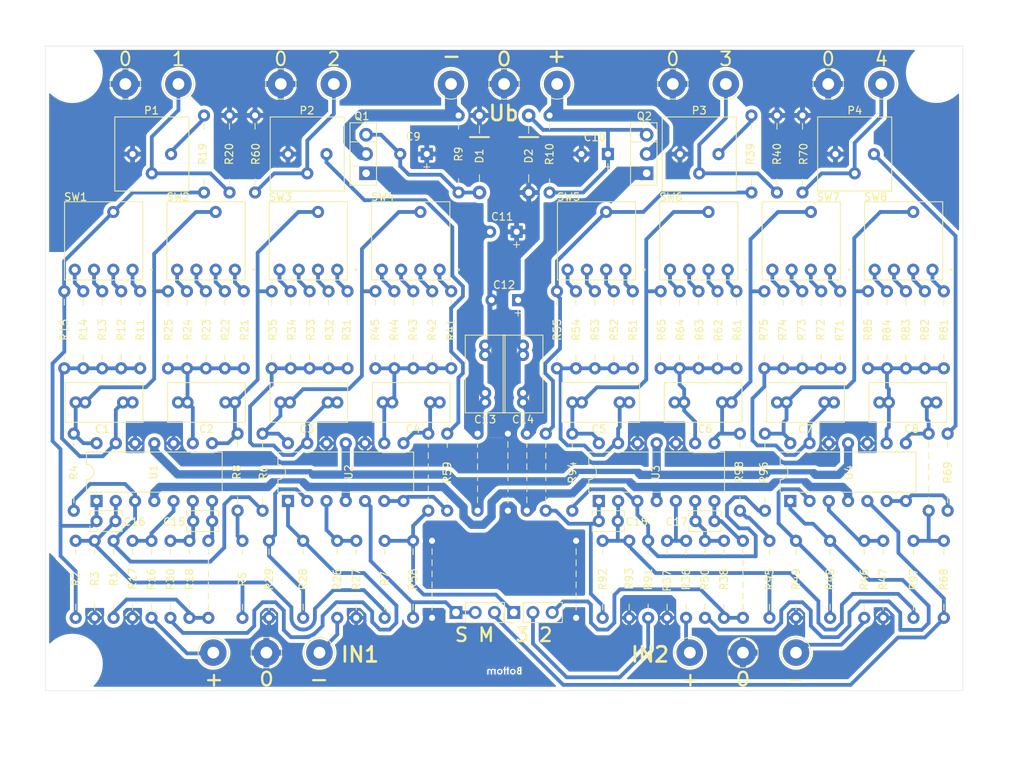
<source format=kicad_pcb>
(kicad_pcb (version 20211014) (generator pcbnew)
  (title_block (comment 1 "PCB is not the original -> but like the original = exactly the same component placement") (comment 2 "1 layer PCB / all THT components"))
  (layers (0 "F.Cu" signal) (31 "B.Cu" signal) (34 "B.Paste" user) (35 "F.Paste" user) (36 "B.SilkS" user "B.Silkscreen") (37 "F.SilkS" user "F.Silkscreen") (38 "B.Mask" user) (39 "F.Mask" user) (44 "Edge.Cuts" user))
  (net 0 "")
  (net 1 "Net-(C1-Pad1)")
  (net 2 "GND")
  (net 3 "Net-(C2-Pad1)")
  (net 4 "Net-(C2-Pad2)")
  (net 5 "Net-(C3-Pad1)")
  (net 6 "Net-(C3-Pad2)")
  (net 7 "Net-(C4-Pad1)")
  (net 8 "Low1 out")
  (net 9 "Net-(C5-Pad1)")
  (net 10 "Net-(C5-Pad2)")
  (net 11 "Net-(C6-Pad1)")
  (net 12 "Net-(C6-Pad2)")
  (net 13 "Net-(C7-Pad1)")
  (net 14 "Net-(C7-Pad2)")
  (net 15 "Net-(C8-Pad1)")
  (net 16 "Low2 out")
  (net 17 "+UB_r")
  (net 18 "-UB_r")
  (net 19 "Net-(C16-Pad1)")
  (net 20 "HP1 out")
  (net 21 "Net-(C18-Pad1)")
  (net 22 "HP2 out")
  (net 23 "Net-(J1-Pad1)")
  (net 24 "Net-(J3-Pad1)")
  (net 25 "Net-(J4-Pad1)")
  (net 26 "Net-(J6-Pad1)")
  (net 27 "Net-(C1-Pad2)")
  (net 28 "Net-(J7-Pad1)")
  (net 29 "Net-(J9-Pad1)")
  (net 30 "Net-(J10-Pad1)")
  (net 31 "Net-(J12-Pad1)")
  (net 32 "Net-(J14-Pad1)")
  (net 33 "Net-(J16-Pad1)")
  (net 34 "Net-(P1-Pad3)")
  (net 35 "Net-(P2-Pad3)")
  (net 36 "Net-(P3-Pad3)")
  (net 37 "Net-(P4-Pad3)")
  (net 38 "Net-(R1-Pad2)")
  (net 39 "Net-(R5-Pad2)")
  (net 40 "Net-(JP1-Pad1)")
  (net 41 "Net-(JP1-Pad3)")
  (net 42 "Net-(JP2-Pad2)")
  (net 43 "Net-(JP7-Pad2)")
  (net 44 "Net-(JP8-Pad2)")
  (net 45 "Net-(R11-Pad1)")
  (net 46 "Net-(R12-Pad1)")
  (net 47 "Net-(R13-Pad1)")
  (net 48 "Net-(U1-Pad5)")
  (net 49 "Net-(R21-Pad1)")
  (net 50 "Net-(R23-Pad1)")
  (net 51 "Net-(U2-Pad3)")
  (net 52 "Net-(R22-Pad1)")
  (net 53 "Net-(R24-Pad1)")
  (net 54 "Net-(U2-Pad2)")
  (net 55 "Net-(R31-Pad1)")
  (net 56 "Net-(R33-Pad1)")
  (net 57 "Net-(U3-Pad5)")
  (net 58 "Net-(R41-Pad1)")
  (net 59 "Net-(R32-Pad1)")
  (net 60 "Net-(R34-Pad1)")
  (net 61 "Net-(R43-Pad1)")
  (net 62 "Net-(U4-Pad3)")
  (net 63 "Net-(R42-Pad1)")
  (net 64 "Net-(R44-Pad1)")
  (net 65 "Net-(U4-Pad2)")
  (net 66 "Net-(U4-Pad1)")
  (net 67 "Net-(R51-Pad1)")
  (net 68 "Net-(R52-Pad1)")
  (net 69 "Net-(R53-Pad1)")
  (net 70 "Net-(R54-Pad1)")
  (net 71 "Net-(U2-Pad6)")
  (net 72 "Net-(R62-Pad1)")
  (net 73 "Net-(R64-Pad1)")
  (net 74 "Net-(U4-Pad6)")
  (net 75 "Net-(R73-Pad1)")
  (net 76 "Net-(R74-Pad1)")
  (net 77 "Net-(R61-Pad1)")
  (net 78 "Net-(R81-Pad1)")
  (net 79 "Net-(R63-Pad1)")
  (net 80 "Net-(R82-Pad1)")
  (net 81 "Net-(R84-Pad1)")
  (net 82 "Net-(C4-Pad2)")
  (net 83 "Net-(C8-Pad2)")
  (net 84 "Net-(R71-Pad1)")
  (net 85 "Net-(R72-Pad1)")
  (net 86 "Net-(R96-Pad1)")
  (net 87 "Net-(C18-Pad2)")
  (net 88 "Net-(R95-Pad2)")
  (net 89 "Net-(R83-Pad1)")
  (net 90 "Net-(C15-Pad1)")
  (net 91 "Net-(C17-Pad2)")
  (net 92 "Net-(JP2-Pad3)")
  (net 93 "Net-(C15-Pad2)")
  (net 94 "Net-(C17-Pad1)")
  (net 95 "Net-(JP3-Pad1)")
  (net 96 "/U2A_out")
  (net 97 "Net-(R14-Pad1)")
  (net 98 "Net-(C9-Pad2)")
  (net 99 "Net-(C10-Pad1)")
  (footprint "analoghifi:DRS_3016_4010" (layer "F.Cu") (at 168.5 86.5 180)
    (fp_text reference "SW5")
    (fp_text value "DRS4010" hide)
  )
  (footprint "analoghifi:CP_Radial_D8.0mm_P3.50mm_minimal_silk" (layer "F.Cu") (at 142.3 71.235 180)
    (fp_text reference "C9")
    (fp_text value "220uF/35V")
  )
  (footprint "analoghifi:R_Axial_DIN0207_L6.3mm_D2.5mm_P10.16mm_Horizontal_minSilk" (layer "F.Cu") (at 165.5 122.25 -90)
    (fp_text reference "R92")
    (fp_text value "6,8k")
  )
  (footprint "Package_DIP:DIP-14_W7.62mm" (layer "F.Cu") (at 124 117 90)
    (fp_text reference "U2")
    (fp_text value "MC33079")
  )
  (footprint "analoghifi:R_Axial_DIN0207_L6.3mm_D2.5mm_P10.16mm_Horizontal_minSilk" (layer "F.Cu") (at 133 132.41 90)
    (fp_text reference "R27")
    (fp_text value "10k")
  )
  (footprint "analoghifi:R_Axial_DIN0207_L6.3mm_D2.5mm_P10.16mm_Horizontal_minSilk" (layer "F.Cu") (at 96 122.25 -90)
    (fp_text reference "R2")
    (fp_text value "6,8k")
  )
  (footprint "analoghifi:R_Axial_DIN0207_L6.3mm_D2.5mm_P10.16mm_Horizontal_minSilk" (layer "F.Cu") (at 171.5 132.41 90)
    (fp_text reference "R91")
    (fp_text value "6,8k")
  )
  (footprint "Capacitor_THT:C_Rect_L10.0mm_W5.0mm_P5.00mm_P7.50mm" (layer "F.Cu") (at 103.5 104 180)
    (fp_text reference "C1")
    (fp_text value "4,7nF/1%")
  )
  (footprint "Capacitor_THT:C_Rect_L4.0mm_W2.5mm_P2.50mm" (layer "F.Cu") (at 111.5 119.65)
    (fp_text reference "C15")
    (fp_text value "10pF")
  )
  (footprint "analoghifi:R_Axial_DIN0207_L6.3mm_D2.5mm_P10.16mm_Horizontal_minSilk" (layer "F.Cu") (at 164.475 89.34 -90)
    (fp_text reference "R53")
    (fp_text value "68k")
  )
  (footprint "analoghifi:R_Axial_DIN0207_L6.3mm_D2.5mm_P10.16mm_Horizontal_minSilk" (layer "F.Cu") (at 108.5 132.41 90)
    (fp_text reference "R30")
    (fp_text value "1,2k")
  )
  (footprint "analoghifi:R_Axial_DIN0207_L6.3mm_D2.5mm_P10.16mm_Horizontal_minSilk" (layer "F.Cu") (at 119.655 66.155 -90)
    (fp_text reference "R60")
    (fp_text value "2,4k")
  )
  (footprint "analoghifi:R_Axial_DIN0207_L6.3mm_D2.5mm_P10.16mm_Horizontal_minSilk" (layer "F.Cu") (at 202.5 132.41 90)
    (fp_text reference "R47")
    (fp_text value "10k")
  )
  (footprint "analoghifi:Loet_Pin_D1.5mm_L14.0mm" (layer "F.Cu") (at 174.75 62)
    (fp_text reference "J15" hide)
    (fp_text value "OUT3_0")
  )
  (footprint "analoghifi:CP_Radial_D8.0mm_P3.50mm_minimal_silk" (layer "F.Cu") (at 166.2 71.235 180)
    (fp_text reference "C10")
    (fp_text value "220uF/35V")
  )
  (footprint "analoghifi:R_Axial_DIN0207_L6.3mm_D2.5mm_P10.16mm_Horizontal_minSilk" (layer "F.Cu") (at 166.975 89.34 -90)
    (fp_text reference "R52")
    (fp_text value "130k")
  )
  (footprint "analoghifi:R_Axial_DIN0207_L6.3mm_D2.5mm_P10.16mm_Horizontal_minSilk" (layer "F.Cu") (at 143.025 89.34 -90)
    (fp_text reference "R42")
    (fp_text value "130k")
  )
  (footprint "analoghifi:Loet_Pin_D1.5mm_L14.0mm" (layer "F.Cu") (at 109.55 62)
    (fp_text reference "J10" hide)
    (fp_text value "OUT1")
  )
  (footprint "analoghifi:R_Axial_DIN0207_L6.3mm_D2.5mm_P10.16mm_Horizontal_minSilk" (layer "F.Cu") (at 115.675 89.34 -90)
    (fp_text reference "R22")
    (fp_text value "130k")
  )
  (footprint "analoghifi:R_Axial_DIN0207_L6.3mm_D2.5mm_P10.16mm_Horizontal_minSilk" (layer "F.Cu") (at 210.5 89.34 -90)
    (fp_text reference "R81")
    (fp_text value "270k")
  )
  (footprint "analoghifi:R_Axial_DIN0207_L6.3mm_D2.5mm_P10.16mm_Horizontal_minSilk" (layer "F.Cu") (at 116.29 66.155 -90)
    (fp_text reference "R20")
    (fp_text value "2,4k")
  )
  (footprint "analoghifi:R_Axial_DIN0207_L6.3mm_D2.5mm_P10.16mm_Horizontal_minSilk" (layer "F.Cu") (at 110.675 89.34 -90)
    (fp_text reference "R24")
    (fp_text value "33k")
  )
  (footprint "analoghifi:R_Axial_DIN0207_L6.3mm_D2.5mm_P10.16mm_Horizontal_minSilk" (layer "F.Cu") (at 101 132.41 90)
    (fp_text reference "R1")
    (fp_text value "6,8k")
  )
  (footprint "analoghifi:Loet_Pin_D1.5mm_L14.0mm" (layer "F.Cu") (at 181.75 62)
    (fp_text reference "J14" hide)
    (fp_text value "OUT3")
  )
  (footprint "analoghifi:Drahtbruecke_10.16mm" (layer "F.Cu") (at 208.5 108.12 -90)
    (fp_text reference "JP6" hide)
    (fp_text value "Jumper_2_Bridged")
  )
  (footprint "analoghifi:R_Axial_DIN0207_L6.3mm_D2.5mm_P10.16mm_Horizontal_minSilk" (layer "F.Cu") (at 98.5 122.25 -90)
    (fp_text reference "R3")
    (fp_text value "10k")
  )
  (footprint "analoghifi:R_Axial_DIN0207_L6.3mm_D2.5mm_P10.16mm_Horizontal_minSilk" (layer "F.Cu") (at 120.65 118.28 90)
    (fp_text reference "R6")
    (fp_text value "2,4k")
  )
  (footprint "analoghifi:Potentiometer_Bourns_3386P_Vertical" (layer "F.Cu") (at 103.5 71.25 -90)
    (fp_text reference "P1")
    (fp_text value "10k")
  )
  (footprint "analoghifi:R_Axial_DIN0207_L6.3mm_D2.5mm_P10.16mm_Horizontal_minSilk" (layer "F.Cu") (at 130.5 132.41 90)
    (fp_text reference "R26")
    (fp_text value "100")
  )
  (footprint "analoghifi:Loet_Pin_D1.5mm_L14.0mm" (layer "F.Cu") (at 177 137)
    (fp_text reference "J7" hide)
    (fp_text value "IN2 +")
  )
  (footprint "analoghifi:DRS_3016_4010" (layer "F.Cu") (at 103.5 86.5 180)
    (fp_text reference "SW1")
    (fp_text value "DRS4010" hide)
  )
  (footprint "analoghifi:DRS_3016_4010" (layer "F.Cu") (at 130.5 86.5 180)
    (fp_text reference "SW3")
    (fp_text value "DRS4010" hide)
  )
  (footprint "analoghifi:R_Axial_DIN0207_L6.3mm_D2.5mm_P10.16mm_Horizontal_minSilk" (layer "F.Cu") (at 173.15 89.34 -90)
    (fp_text reference "R65")
    (fp_text value "51k")
  )
  (footprint "analoghifi:DRS_3016_4010" (layer "F.Cu") (at 144 86.5 180)
    (fp_text reference "SW4")
    (fp_text value "DRS4010" hide)
  )
  (footprint "analoghifi:Drahtbruecke_10.16mm" (layer "F.Cu") (at 149 108.12 -90)
    (fp_text reference "JP7" hide)
    (fp_text value "Jumper_2_Bridged")
  )
  (footprint "analoghifi:Loet_Pin_D1.5mm_L14.0mm" (layer "F.Cu") (at 184 137)
    (fp_text reference "J8" hide)
    (fp_text value "IN2 0 (GND)")
  )
  (footprint "analoghifi:R_Axial_DIN0207_L6.3mm_D2.5mm_P10.16mm_Horizontal_minSilk" (layer "F.Cu") (at 203 89.34 -90)
    (fp_text reference "R84")
    (fp_text value "33k")
  )
  (footprint "analoghifi:R_Axial_DIN0207_L6.3mm_D2.5mm_P10.16mm_Horizontal_minSilk" (layer "F.Cu") (at 131.85 89.34 -90)
    (fp_text reference "R31")
    (fp_text value "270k")
  )
  (footprint "analoghifi:D_DO-41_SOD81_P10.16mm_Horizontal_minSilk" (layer "F.Cu") (at 155.75 66.155 -90)
    (fp_text reference "D2")
    (fp_text value "18V/1,3W/2%")
  )
  (footprint "Capacitor_THT:C_Rect_L10.0mm_W5.0mm_P5.00mm_P7.50mm" (layer "F.Cu") (at 155 104 90)
    (fp_text reference "C14")
    (fp_text value "68nF/Film")
  )
  (footprint "analoghifi:Drahtbruecke_10.16mm" (layer "F.Cu") (at 155.5 108.12 -90)
    (fp_text reference "JP8" hide)
    (fp_text value "Jumper_2_Bridged")
  )
  (footprint "analoghifi:DRS_3016_4010" (layer "F.Cu") (at 195.5 86.5 180)
    (fp_text reference "SW7")
    (fp_text value "DRS4010" hide)
  )
  (footprint "Connector_PinHeader_2.54mm:PinHeader_1x03_P2.54mm_Vertical" (layer "F.Cu") (at 153.77 131.7 90)
    (fp_text reference "JP2" hide)
    (fp_text value "Jumper_3_Bridged12")
  )
  (footprint "analoghifi:R_Axial_DIN0207_L6.3mm_D2.5mm_P10.16mm_Horizontal_minSilk" (layer "F.Cu") (at 126 132.41 90)
    (fp_text reference "R28")
    (fp_text value "1,2k")
  )
  (footprint "analoghifi:R_Axial_DIN0207_L6.3mm_D2.5mm_P10.16mm_Horizontal_minSilk" (layer "F.Cu") (at 189.325 89.345 -90)
    (fp_text reference "R74")
    (fp_text value "33k")
  )
  (footprint "analoghifi:DRS_3016_4010" (layer "F.Cu") (at 117 86.5 180)
    (fp_text reference "SW2")
    (fp_text value "DRS4010" hide)
  )
  (footprint "analoghifi:R_Axial_DIN0207_L6.3mm_D2.5mm_P10.16mm_Horizontal_minSilk" (layer "F.Cu") (at 185.125 76.315 90)
    (fp_text reference "R39")
    (fp_text value "100")
  )
  (footprint "analoghifi:R_Axial_DIN0207_L6.3mm_D2.5mm_P10.16mm_Horizontal_minSilk" (layer "F.Cu") (at 103.5 132.41 90)
    (fp_text reference "R17")
    (fp_text value "10k")
  )
  (footprint "analoghifi:Drahtbruecke_10.16mm" (layer "F.Cu") (at 162 132.41 90)
    (fp_text reference "JP12" hide)
    (fp_text value "Jumper_2_Bridged")
  )
  (footprint "analoghifi:Loet_Pin_D1.5mm_L14.0mm" (layer "F.Cu") (at 152.5 62)
    (fp_text reference "J2" hide)
    (fp_text value "UB 0 (GND)")
  )
  (footprint "Package_TO_SOT_THT:TO-126-3_Vertical" (layer "F.Cu") (at 134.3 73.775 90)
    (fp_text reference "Q1")
    (fp_text value "BD140")
  )
  (footprint "analoghifi:R_Axial_DIN0207_L6.3mm_D2.5mm_P10.16mm_Horizontal_minSilk" (layer "F.Cu") (at 180.65 89.34 -90)
    (fp_text reference "R62")
    (fp_text value "130k")
  )
  (footprint "analoghifi:R_Axial_DIN0207_L6.3mm_D2.5mm_P10.16mm_Horizontal_minSilk" (layer "F.Cu") (at 196.825 89.34 -90)
    (fp_text reference "R71")
    (fp_text value "270k")
  )
  (footprint "analoghifi:R_Axial_DIN0207_L6.3mm_D2.5mm_P10.16mm_Horizontal_minSilk" (layer "F.Cu") (at 146.5 66.155 -90)
    (fp_text reference "R9")
    (fp_text value "2,4k")
  )
  (footprint "analoghifi:R_Axial_DIN0207_L6.3mm_D2.5mm_P10.16mm_Horizontal_minSilk" (layer "F.Cu") (at 118 132.41 90)
    (fp_text reference "R5")
    (fp_text value "1,2k")
  )
  (footprint "analoghifi:R_Axial_DIN0207_L6.3mm_D2.5mm_P10.16mm_Horizontal_minSilk" (layer "F.Cu") (at 206.5 132.41 90)
    (fp_text reference "R97")
    (fp_text value "6,8k")
  )
  (footprint "Capacitor_THT:C_Rect_L10.0mm_W5.0mm_P5.00mm_P7.50mm" (layer "F.Cu") (at 136.5 104)
    (fp_text reference "C4")
    (fp_text value "4,7nF/1%")
  )
  (footprint "Connector_PinHeader_2.54mm:PinHeader_1x03_P2.54mm_Vertical" (layer "F.Cu") (at 146.15 131.7 90)
    (fp_text reference "JP1" hide)
    (fp_text value "Jumper_3_Bridged12")
  )
  (footprint "analoghifi:R_Axial_DIN0207_L6.3mm_D2.5mm_P10.16mm_Horizontal_minSilk" (layer "F.Cu") (at 112.925 76.315 90)
    (fp_text reference "R19")
    (fp_text value "100")
  )
  (footprint "analoghifi:Loet_Pin_D1.5mm_L14.0mm" (layer "F.Cu") (at 130.05 62)
    (fp_text reference "J12" hide)
    (fp_text value "OUT2")
  )
  (footprint "analoghifi:Loet_Pin_D1.5mm_L14.0mm" (layer "F.Cu") (at 123.05 62)
    (fp_text reference "J13" hide)
    (fp_text value "OUT2_0")
  )
  (footprint "analoghifi:R_Axial_DIN0207_L6.3mm_D2.5mm_P10.16mm_Horizontal_minSilk" (layer "F.Cu") (at 191 132.41 90)
    (fp_text reference "R49")
    (fp_text value "2,4k")
  )
  (footprint "analoghifi:R_Axial_DIN0207_L6.3mm_D2.5mm_P10.16mm_Horizontal_minSilk" (layer "F.Cu") (at 145.525 89.34 -90)
    (fp_text reference "R41")
    (fp_text value "270k")
  )
  (footprint "MountingHole:MountingHole_3.2mm_M3" (layer "F.Cu") (at 209.5 60.5)
    (fp_text reference "REF**" hide)
    (fp_text value "MountingHole_3.2mm_M3")
  )
  (footprint "analoghifi:R_Axial_DIN0207_L6.3mm_D2.5mm_P10.16mm_Horizontal_minSilk" (layer "F.Cu") (at 136.75 132.41 90)
    (fp_text reference "R7")
    (fp_text value "6,8k")
  )
  (footprint "analoghifi:R_Axial_DIN0207_L6.3mm_D2.5mm_P10.16mm_Horizontal_minSilk" (layer "F.Cu") (at 97 89.34 -90)
    (fp_text reference "R14")
    (fp_text value "33k")
  )
  (footprint "analoghifi:D_DO-41_SOD81_P10.16mm_Horizontal_minSilk" (layer "F.Cu") (at 149.25 66.155 -90)
    (fp_text reference "D1")
    (fp_text value "18V/1,3W/2%")
  )
  (footprint "Capacitor_THT:C_Rect_L10.0mm_W5.0mm_P5.00mm_P7.50mm" (layer "F.Cu") (at 130.5 104 180)
    (fp_text reference "C3")
    (fp_text value "4,7nF/1%")
  )
  (footprint "analoghifi:R_Axial_DIN0207_L6.3mm_D2.5mm_P10.16mm_Horizontal_minSilk" (layer "F.Cu") (at 211 118.28 90)
    (fp_text reference "R69")
    (fp_text value "100")
  )
  (footprint "analoghifi:R_Axial_DIN0207_L6.3mm_D2.5mm_P10.16mm_Horizontal_minSilk" (layer "F.Cu") (at 174 132.41 90)
    (fp_text reference "R37")
    (fp_text value "10k")
  )
  (footprint "Capacitor_THT:C_Rect_L4.0mm_W2.5mm_P2.50mm" (layer "F.Cu") (at 177.75 119.65)
    (fp_text reference "C17")
    (fp_text value "10pF")
  )
  (footprint "analoghifi:Potentiometer_Bourns_3386P_Vertical" (layer "F.Cu") (at 175.7 71.25 -90)
    (fp_text reference "P3")
    (fp_text value "10k")
  )
  (footprint "analoghifi:R_Axial_DIN0207_L6.3mm_D2.5mm_P10.16mm_Horizontal_minSilk" (layer "F.Cu") (at 108.175 89.34 -90)
    (fp_text reference "R25")
    (fp_text value "51k")
  )
  (footprint "Capacitor_THT:C_Rect_L10.0mm_W5.0mm_P5.00mm_P7.50mm" (layer "F.Cu") (at 202 104)
    (fp_text reference "C8")
    (fp_text value "4,7nF/1%")
  )
  (footprint "analoghifi:R_Axial_DIN0207_L6.3mm_D2.5mm_P10.16mm_Horizontal_minSilk" (layer "F.Cu") (at 104.5 89.34 -90)
    (fp_text reference "R11")
    (fp_text value "270k")
  )
  (footprint "analoghifi:R_Axial_DIN0207_L6.3mm_D2.5mm_P10.16mm_Horizontal_minSilk" (layer "F.Cu") (at 99.5 89.34 -90)
    (fp_text reference "R13")
    (fp_text value "68k")
  )
  (footprint "analoghifi:R_Axial_DIN0207_L6.3mm_D2.5mm_P10.16mm_Horizontal_minSilk" (layer "F.Cu") (at 183.15 89.34 -90)
    (fp_text reference "R61")
    (fp_text value "270k")
  )
  (footprint "Package_DIP:DIP-14_W7.62mm" (layer "F.Cu") (at 98.75 117 90)
    (fp_text reference "U1")
    (fp_text value "MC33079")
  )
  (footprint "analoghifi:R_Axial_DIN0207_L6.3mm_D2.5mm_P10.16mm_Horizontal_minSilk" (layer "F.Cu") (at 200.5 89.34 -90)
    (fp_text reference "R85")
    (fp_text value "51k")
  )
  (footprint "analoghifi:R_Axial_DIN0207_L6.3mm_D2.5mm_P10.16mm_Horizontal_minSilk" (layer "F.Cu") (at 129.35 89.34 -90)
    (fp_text reference "R32")
    (fp_text value "130k")
  )
  (footprint "analoghifi:Potentiometer_Bourns_3386P_Vertical" (layer "F.Cu") (at 196.2 71.25 -90)
    (fp_text reference "P4")
    (fp_text value "10k")
  )
  (footprint "analoghifi:R_Axial_DIN0207_L6.3mm_D2.5mm_P10.16mm_Horizontal_minSilk" (layer "F.Cu") (at 176.5 132.41 90)
    (fp_text reference "R36")
    (fp_text value "100")
  )
  (footprint "analoghifi:R_Axial_DIN0207_L6.3mm_D2.5mm_P10.16mm_Horizontal_minSilk" (layer "F.Cu") (at 191.825 89.34 -90)
    (fp_text reference "R73")
    (fp_text value "68k")
  )
  (footprint "analoghifi:R_Axial_DIN0207_L6.3mm_D2.5mm_P10.16mm_Horizontal_minSilk" (layer "F.Cu") (at 138.025 89.34 -90)
    (fp_text reference "R44")
    (fp_text value "33k")
  )
  (footprint "analoghifi:Drahtbruecke_10.16mm" (layer "F.Cu") (at 153 118.28 90)
    (fp_text reference "JP10" hide)
    (fp_text value "Jumper_2_Bridged")
  )
  (footprint "analoghifi:R_Axial_DIN0207_L6.3mm_D2.5mm_P10.16mm_Horizontal_minSilk" (layer "F.Cu") (at 135.525 89.34 -90)
    (fp_text reference "R45")
    (fp_text value "51k")
  )
  (footprint "analoghifi:R_Axial_DIN0207_L6.3mm_D2.5mm_P10.16mm_Horizontal_minSilk" (layer "F.Cu") (at 113.175 89.34 -90)
    (fp_text reference "R23")
    (fp_text value "68k")
  )
  (footprint "analoghifi:R_Axial_DIN0207_L6.3mm_D2.5mm_P10.16mm_Horizontal_minSilk" (layer "F.Cu") (at 191.855 66.155 -90)
    (fp_text reference "R70")
    (fp_text value "2,4k")
  )
  (footprint "analoghifi:Loet_Pin_D1.5mm_L14.0mm" (layer "F.Cu") (at 159.5 62)
    (fp_text reference "J1" hide)
    (fp_text value "+UB")
  )
  (footprint "analoghifi:R_Axial_DIN0207_L6.3mm_D2.5mm_P10.16mm_Horizontal_minSilk" (layer "F.Cu") (at 118.175 89.34 -90)
    (fp_text reference "R21")
    (fp_text value "270k")
  )
  (footprint "Package_DIP:DIP-14_W7.62mm" (layer "F.Cu") (at 190.25 117 90)
    (fp_text reference "U4")
    (fp_text value "MC33079")
  )
  (footprint "Package_TO_SOT_THT:TO-126-3_Vertical" (layer "F.Cu") (at 171.3 73.775 90)
    (fp_text reference "Q2")
    (fp_text value "BD139")
  )
  (footprint "analoghifi:R_Axial_DIN0207_L6.3mm_D2.5mm_P10.16mm_Horizontal_minSilk" (layer "F.Cu") (at 179 132.41 90)
    (fp_text reference "R50")
    (fp_text value "1,2k")
  )
  (footprint "analoghifi:R_Axial_DIN0207_L6.3mm_D2.5mm_P10.16mm_Horizontal_minSilk" (layer "F.Cu") (at 124.35 89.34 -90)
    (fp_text reference "R34")
    (fp_text value "33k")
  )
  (footprint "analoghifi:R_Axial_DIN0207_L6.3mm_D2.5mm_P10.16mm_Horizontal_minSilk" (layer "F.Cu") (at 159.475 89.34 -90)
    (fp_text reference "R55")
    (fp_text value "51k")
  )
  (footprint "analoghifi:R_Axial_DIN0207_L6.3mm_D2.5mm_P10.16mm_Horizontal_minSilk" (layer "F.Cu") (at 102 89.34 -90)
    (fp_text reference "R12")
    (fp_text value "130k")
  )
  (footprint "analoghifi:R_Axial_DIN0207_L6.3mm_D2.5mm_P10.16mm_Horizontal_minSilk" (layer "F.Cu") (at 145 118.28 90)
    (fp_text reference "R59")
    (fp_text value "100")
  )
  (footprint "analoghifi:R_Axial_DIN0207_L6.3mm_D2.5mm_P10.16mm_Horizontal_minSilk" (layer "F.Cu") (at 121.5 132.41 90)
    (fp_text reference "R29")
    (fp_text value "2,4k")
  )
  (footprint "analoghifi:R_Axial_DIN0207_L6.3mm_D2.5mm_P10.16mm_Horizontal_minSilk" (layer "F.Cu") (at 169.475 89.34 -90)
    (fp_text reference "R51")
    (fp_text value "270k")
  )
  (footprint "analoghifi:R_Axial_DIN0207_L6.3mm_D2.5mm_P10.16mm_Horizontal_minSilk" (layer "F.Cu") (at 158.5 76.315 90)
    (fp_text reference "R10")
    (fp_text value "2,4k")
  )
  (footprint "MountingHole:MountingHole_3.2mm_M3" (layer "F.Cu") (at 95.5 60.5)
    (fp_text reference "REF**" hide)
    (fp_text value "MountingHole_3.2mm_M3")
  )
  (footprint "analoghifi:Loet_Pin_D1.5mm_L14.0mm" (layer "F.Cu") (at 114.15 137)
    (fp_text reference "J4" hide)
    (fp_text value "IN1 +")
  )
  (footprint "analoghifi:R_Axial_DIN0207_L6.3mm_D2.5mm_P10.16mm_Horizontal_minSilk" (layer "F.Cu") (at 106 132.41 90)
    (fp_text reference "R16")
    (fp_text value "100")
  )
  (footprint "Capacitor_THT:C_Rect_L10.0mm_W5.0mm_P5.00mm_P7.50mm" (layer "F.Cu") (at 175 104)
    (fp_text reference "C6")
    (fp_text value "4,7nF/1%")
  )
  (footprint "Capacitor_THT:C_Rect_L10.0mm_W5.0mm_P5.00mm_P7.50mm" (layer "F.Cu") (at 109.5 104)
    (fp_text reference "C2")
    (fp_text value "4,7nF/1%")
  )
  (footprint "analoghifi:DRS_3016_4010" (layer "F.Cu") (at 182 86.5 180)
    (fp_text reference "SW6")
    (fp_text value "DRS4010" hide)
  )
  (footprint "analoghifi:CP_Radial_D8.0mm_P3.50mm_minimal_silk" (layer "F.Cu") (at 154.15 81.5 180)
    (fp_text reference "C11")
    (fp_text value "220uF/35V")
  )
  (footprint "analoghifi:Drahtbruecke_10.16mm" (layer "F.Cu") (at 143 122.25 -90)
    (fp_text reference "JP11" hide)
    (fp_text value "Jumper_2_Bridged")
  )
  (footprint "Capacitor_THT:C_Rect_L4.0mm_W2.5mm_P2.50mm" (layer "F.Cu") (at 167.5 119.65 180)
    (fp_text reference "C18")
    (fp_text value "10pF")
  )
  (footprint "analoghifi:R_Axial_DIN0207_L6.3mm_D2.5mm_P10.16mm_Horizontal_minSilk" (layer "F.Cu") (at 187.5 132.41 90)
    (fp_text reference "R95")
    (fp_text value "1,2k")
  )
  (footprint "analoghifi:R_Axial_DIN0207_L6.3mm_D2.5mm_P10.16mm_Horizontal_minSilk" (layer "F.Cu") (at 111 122.25 -90)
    (fp_text reference "R18")
    (fp_text value "2,4k")
  )
  (footprint "analoghifi:R_Axial_DIN0207_L6.3mm_D2.5mm_P10.16mm_Horizontal_minSilk" (layer "F.Cu") (at 94.5 89.34 -90)
    (fp_text reference "R15")
    (fp_text value "51k")
  )
  (footprint "MountingHole:MountingHole_3.2mm_M3" (layer "F.Cu") (at 95.5 138.5)
    (fp_text reference "REF**" hide)
    (fp_text value "MountingHole_3.2mm_M3")
  )
  (footprint "analoghifi:R_Axial_DIN0207_L6.3mm_D2.5mm_P10.16mm_Horizontal_minSilk" (layer "F.Cu") (at 169 122.25 -90)
    (fp_text reference "R93")
    (fp_text value "10k")
  )
  (footprint "Capacitor_THT:C_Rect_L10.0mm_W5.0mm_P5.00mm_P7.50mm" (layer "F.Cu") (at 150 96.5 -90)
    (fp_text reference "C13")
    (fp_text value "68nF/Film")
  )
  (footprint "analoghifi:R_Axial_DIN0207_L6.3mm_D2.5mm_P10.16mm_Horizontal_minSilk" (layer "F.Cu") (at 126.85 89.34 -90)
    (fp_text reference "R33")
    (fp_text value "68k")
  )
  (footprint "analoghifi:Drahtbruecke_10.16mm" (layer "F.Cu") (at 142.5 108.12 -90)
    (fp_text reference "JP4" hide)
    (fp_text value "Jumper_2_Bridged")
  )
  (footprint "Capacitor_THT:C_Rect_L4.0mm_W2.5mm_P2.50mm" (layer "F.Cu") (at 101.25 119.65 180)
    (fp_text reference "C16")
    (fp_text value "10pF")
  )
  (footprint "analoghifi:R_Axial_DIN0207_L6.3mm_D2.5mm_P10.16mm_Horizontal_minSilk" (layer "F.Cu") (at 161.5 118.28 90)
    (fp_text reference "R94")
    (fp_text value "2,4k")
  )
  (footprint "Capacitor_THT:C_Rect_L10.0mm_W5.0mm_P5.00mm_P7.50mm" (layer "F.Cu") (at 169 104 180)
    (fp_text reference "C5")
    (fp_text value "4,7nF/1%")
  )
  (footprint "Package_DIP:DIP-14_W7.62mm" (layer "F.Cu") (at 165 117 90)
    (fp_text reference "U3")
    (fp_text value "MC33079")
  )
  (footprint "analoghifi:R_Axial_DIN0207_L6.3mm_D2.5mm_P10.16mm_Horizontal_minSilk" (layer "F.Cu") (at 195.5 132.41 90)
    (fp_text reference "R48")
    (fp_text value "1,2k")
  )
  (footprint "analoghifi:R_Axial_DIN0207_L6.3mm_D2.5mm_P10.16mm_Horizontal_minSilk" (layer "F.Cu") (at 194.325 89.34 -90)
    (fp_text reference "R72")
    (fp_text value "130k")
  )
  (footprint "analoghifi:R_Axial_DIN0207_L6.3mm_D2.5mm_P10.16mm_Horizontal_minSilk" (layer "F.Cu") (at 140.5 122.25 -90)
    (fp_text reference "R58")
    (fp_text value "2,4k")
  )
  (footprint "analoghifi:Loet_Pin_D1.5mm_L14.0mm" (layer "F.Cu") (at 121.15 137)
    (fp_text reference "J5" hide)
    (fp_text value "IN1 0 (GND)")
  )
  (footprint "analoghifi:R_Axial_DIN0207_L6.3mm_D2.5mm_P10.16mm_Horizontal_minSilk" (layer "F.Cu") (at 121.85 89.34 -90)
    (fp_text reference "R35")
    (fp_text value "51k")
  )
  (footprint "analoghifi:R_Axial_DIN0207_L6.3mm_D2.5mm_P10.16mm_Horizontal_minSilk" (layer "F.Cu") (at 140.525 89.34 -90)
    (fp_text reference "R43")
    (fp_text value "68k")
  )
  (footprint "analoghifi:Drahtbruecke_10.16mm" (layer "F.Cu") (at 113.5 132.41 90)
    (fp_text reference "JP3" hide)
    (fp_text value "Jumper_2_Bridged")
  )
  (footprint "analoghifi:R_Axial_DIN0207_L6.3mm_D2.5mm_P10.16mm_Horizontal_minSilk" (layer "F.Cu") (at 188.49 66.155 -90)
    (fp_text reference "R40")
    (fp_text value "2,4k")
  )
  (footprint "Capacitor_THT:C_Rect_L10.0mm_W5.0mm_P5.00mm_P7.50mm" (layer "F.Cu") (at 196 104 180)
    (fp_text reference "C7")
    (fp_text value "4,7nF/1%")
  )
  (footprint "analoghifi:Loet_Pin_D1.5mm_L14.0mm" (layer "F.Cu") (at 191 137)
    (fp_text reference "J9" hide)
    (fp_text value "IN2 -")
  )
  (footprint "analoghifi:Loet_Pin_D1.5mm_L14.0mm" (layer "F.Cu") (at 102.55 62)
    (fp_text reference "J11" hide)
    (fp_text value "OUT1_0")
  )
  (footprint "analoghifi:R_Axial_DIN0207_L6.3mm_D2.5mm_P10.16mm_Horizontal_minSilk" (layer "F.Cu") (at 183.6 118.28 90)
    (fp_text reference "R98")
    (fp_text value "470/510")
  )
  (footprint "analoghifi:R_Axial_DIN0207_L6.3mm_D2.5mm_P10.16mm_Horizontal_minSilk" (layer "F.Cu") (at 200 132.41 90)
    (fp_text reference "R46")
    (fp_text value "100")
  )
  (footprint "analoghifi:R_Axial_DIN0207_L6.3mm_D2.5mm_P10.16mm_Horizontal_minSilk" (layer "F.Cu") (at 208 89.34 -90)
    (fp_text reference "R82")
    (fp_text value "130k")
  )
  (footprint "analoghifi:Loet_Pin_D1.5mm_L14.0mm" (layer "F.Cu") (at 145.5 62)
    (fp_text reference "J3" hide)
    (fp_text value "-UB")
  )
  (footprint "analoghifi:Potentiometer_Bourns_3386P_Vertical" (layer "F.Cu") (at 124 71.25 -90)
    (fp_text reference "P2")
    (fp_text value "10k")
  )
  (footprint "analoghifi:Drahtbruecke_10.16mm" (layer "F.Cu") (at 184 132.41 90)
    (fp_text reference "JP5" hide)
    (fp_text value "Jumper_2_Bridged")
  )
  (footprint "analoghifi:R_Axial_DIN0207_L6.3mm_D2.5mm_P10.16mm_Horizontal_minSilk" (layer "F.Cu") (at 161.975 89.34 -90)
    (fp_text reference "R54")
    (fp_text value "33k")
  )
  (footprint "analoghifi:R_Axial_DIN0207_L6.3mm_D2.5mm_P10.16mm_Horizontal_minSilk" (layer "F.Cu") (at 175.65 89.34 -90)
    (fp_text reference "R64")
    (fp_text value "33k")
  )
  (footprint "analoghifi:Drahtbruecke_10.16mm" (layer "F.Cu") (at 158 118.28 90)
    (fp_text reference "JP9" hide)
    (fp_text value "Jumper_2_Bridged")
  )
  (footprint "analoghifi:CP_Radial_D8.0mm_P3.50mm_minimal_silk" (layer "F.Cu") (at 154.35 90.5 180)
    (fp_text reference "C12")
    (fp_text value "220uF/35V")
  )
  (footprint "analoghifi:R_Axial_DIN0207_L6.3mm_D2.5mm_P10.16mm_Horizontal_minSilk" (layer "F.Cu") (at 186.825 89.345 -90)
    (fp_text reference "R75")
    (fp_text value "51k")
  )
  (footprint "analoghifi:R_Axial_DIN0207_L6.3mm_D2.5mm_P10.16mm_Horizontal_minSilk" (layer "F.Cu") (at 181.5 122.25 -90)
    (fp_text reference "R38")
    (fp_text value "2,4k")
  )
  (footprint "analoghifi:R_Axial_DIN0207_L6.3mm_D2.5mm_P10.16mm_Horizontal_minSilk" (layer "F.Cu") (at 178.15 89.34 -90)
    (fp_text reference "R63")
    (fp_text value "68k")
  )
  (footprint "analoghifi:Loet_Pin_D1.5mm_L14.0mm" (layer "F.Cu") (at 195.25 62)
    (fp_text reference "J17" hide)
    (fp_text value "OUT4_0")
  )
  (footprint "analoghifi:R_Axial_DIN0207_L6.3mm_D2.5mm_P10.16mm_Horizontal_minSilk" (layer "F.Cu") (at 210.5 122.25 -90)
    (fp_text reference "R68")
    (fp_text value "2,4k")
  )
  (footprint "analoghifi:Loet_Pin_D1.5mm_L14.0mm" (layer "F.Cu") (at 202.25 62)
    (fp_text reference "J16" hide)
    (fp_text value "OUT4")
  )
  (footprint "analoghifi:DRS_3016_4010" (layer "F.Cu") (at 209 86.5 180)
    (fp_text reference "SW8")
    (fp_text value "DRS4010" hide)
  )
  (footprint "analoghifi:R_Axial_DIN0207_L6.3mm_D2.5mm_P10.16mm_Horizontal_minSilk" (layer "F.Cu") (at 117.35 118.28 90)
    (fp_text reference "R8")
    (fp_text value "470/510")
  )
  (footprint "analoghifi:R_Axial_DIN0207_L6.3mm_D2.5mm_P10.16mm_Horizontal_minSilk" (layer "F.Cu") (at 95.75 118.28 90)
    (fp_text reference "R4")
    (fp_text value "2,4k")
  )
  (footprint "MountingHole:MountingHole_3.2mm_M3" (layer "F.Cu") (at 209.5 138.5)
    (fp_text reference "REF**" hide)
    (fp_text value "MountingHole_3.2mm_M3")
  )
  (footprint "analoghifi:R_Axial_DIN0207_L6.3mm_D2.5mm_P10.16mm_Horizontal_minSilk" (layer "F.Cu") (at 186.9 118.28 90)
    (fp_text reference "R96")
    (fp_text value "2,4k")
  )
  (footprint "analoghifi:R_Axial_DIN0207_L6.3mm_D2.5mm_P10.16mm_Horizontal_minSilk" (layer "F.Cu") (at 205.5 89.34 -90)
    (fp_text reference "R83")
    (fp_text value "68k")
  )
  (footprint "analoghifi:Loet_Pin_D1.5mm_L14.0mm" (layer "F.Cu") (at 128.15 137)
    (fp_text reference "J6" hide)
    (fp_text value "IN1 -")
  )
  (footprint "analoghifi:text_bottom_1,0mm" (layer "B.Cu") (at 152.53 139.37 180)
    (fp_text reference "G***" hide)
    (fp_text value "LOGO" hide)
  )
  (gr_line (start 92 57) (end 213 57) (layer "Edge.Cuts") (width 0.05))
  (gr_line (start 213 57) (end 213 142) (layer "Edge.Cuts") (width 0.05))
  (gr_line (start 213 142) (end 92 142) (layer "Edge.Cuts") (width 0.05))
  (gr_line (start 92 142) (end 92 57) (layer "Edge.Cuts") (width 0.05))
  (gr_text "0" (at 102.55 58.7) (layer "F.SilkS") (effects (font (size 1.8 1.8) (thickness 0.254))))
  (gr_text "+   0   -" (at 184 140.5) (layer "F.SilkS") (effects (font (size 1.8 2.05) (thickness 0.3))))
  (gr_text "IN2" (at 171.75 137.25) (layer "F.SilkS") (effects (font (size 2 2) (thickness 0.35))))
  (gr_text "3 2" (at 156.45 134.65) (layer "F.SilkS") (effects (font (size 1.8 1.8) (thickness 0.3))))
  (gr_text "2" (at 130.05 58.7) (layer "F.SilkS") (effects (font (size 1.8 1.8) (thickness 0.254))))
  (gr_text "Ub" (at 152.45 65.85) (layer "F.SilkS") (effects (font (size 2 2) (thickness 0.35))))
  (gr_text "S M" (at 148.6 134.65) (layer "F.SilkS") (effects (font (size 1.8 1.8) (thickness 0.3))))
  (gr_text "3" (at 181.75 58.7) (layer "F.SilkS") (effects (font (size 1.8 1.8) (thickness 0.254))))
  (gr_text "+   0   -" (at 152.5 58.55 180) (layer "F.SilkS") (effects (font (size 1.8 2.05) (thickness 0.3))))
  (gr_text "4" (at 202.25 58.7) (layer "F.SilkS") (effects (font (size 1.8 1.8) (thickness 0.254))))
  (gr_text "0" (at 123.05 58.7) (layer "F.SilkS") (effects (font (size 1.8 1.8) (thickness 0.254))))
  (gr_text "0" (at 174.75 58.7) (layer "F.SilkS") (effects (font (size 1.8 1.8) (thickness 0.254))))
  (gr_text "+   0   -" (at 121.171932 140.5) (layer "F.SilkS") (effects (font (size 1.8 2.05) (thickness 0.3))))
  (gr_text "1" (at 109.55 58.7) (layer "F.SilkS") (effects (font (size 1.8 1.8) (thickness 0.254))))
  (gr_text "IN1" (at 133.5 137.25) (layer "F.SilkS") (effects (font (size 2 2) (thickness 0.35))))
  (gr_text "0" (at 195.25 58.7) (layer "F.SilkS") (effects (font (size 1.8 1.8) (thickness 0.254))))
  (segment (start 101.29 104.96) (end 102.25 104) (width 0.5) (layer "B.Cu") (net 1))
  (segment (start 101.29 109.38) (end 101.29 104.96) (width 0.5) (layer "B.Cu") (net 1))
  (segment (start 96.538659 111.1) (end 99.57 111.1) (width 0.5) (layer "B.Cu") (net 1))
  (segment (start 94.200489 108.76183) (end 96.538659 111.1) (width 0.5) (layer "B.Cu") (net 1))
  (segment (start 94.5 99.5) (end 104.5 99.5) (width 0.5) (layer "B.Cu") (net 1))
  (segment (start 94.5 99.5) (end 94.200489 99.799511) (width 0.5) (layer "B.Cu") (net 1))
  (segment (start 94.200489 99.799511) (end 94.200489 108.76183) (width 0.5) (layer "B.Cu") (net 1))
  (segment (start 102.25 104) (end 103.5 104) (width 0.5) (layer "B.Cu") (net 1))
  (segment (start 99.57 111.1) (end 101.29 109.38) (width 0.5) (layer "B.Cu") (net 1))
  (segment (start 150.625 90.725) (end 150.625 91.975) (width 0.65) (layer "B.Cu") (net 2))
  (segment (start 191 132.963522) (end 191 132.41) (width 0.5) (layer "B.Cu") (net 2))
  (segment (start 150.7 90.35) (end 150.625 90.275) (width 0.65) (layer "B.Cu") (net 2))
  (segment (start 150.8 90.55) (end 150.7 90.65) (width 0.8) (layer "B.Cu") (net 2))
  (segment (start 150.8 90.45) (end 150.7 90.35) (width 0.8) (layer "B.Cu") (net 2))
  (segment (start 150.85 90.5) (end 150.8 90.55) (width 1) (layer "B.Cu") (net 2))
  (segment (start 150.625 90.275) (end 150.625 89.025) (width 0.65) (layer "B.Cu") (net 2))
  (segment (start 150.7 90.65) (end 150.625 90.725) (width 0.65) (layer "B.Cu") (net 2))
  (segment (start 150.85 90.5) (end 150.8 90.45) (width 1) (layer "B.Cu") (net 2))
  (segment (start 108.91 109.38) (end 108.91 109.384894) (width 1) (layer "B.Cu") (net 2))
  (segment (start 151.825 91.725) (end 151.825 89.125) (width 0.65) (layer "B.Cu") (net 2))
  (segment (start 108.175 99.5) (end 118.175 99.5) (width 0.5) (layer "B.Cu") (net 3))
  (segment (start 111.45 109.38) (end 111.45 104.7) (width 0.5) (layer "B.Cu") (net 3))
  (segment (start 111.45 104.7) (end 110.75 104) (width 0.5) (layer "B.Cu") (net 3))
  (segment (start 110.75 99.575) (end 110.675 99.5) (width 0.5) (layer "B.Cu") (net 3))
  (segment (start 109.5 104) (end 110.75 104) (width 0.5) (layer "B.Cu") (net 3))
  (segment (start 110.75 104) (end 110.75 99.575) (width 0.5) (layer "B.Cu") (net 3))
  (segment (start 120 89.25) (end 120 101) (width 0.5) (layer "B.Cu") (net 4))
  (segment (start 117 104) (end 117 107.77) (width 0.5) (layer "B.Cu") (net 4))
  (segment (start 120 101) (end 117 104) (width 0.5) (layer "B.Cu") (net 4))
  (segment (start 113.99 109.38) (end 116.09 109.38) (width 0.5) (layer "B.Cu") (net 4))
  (segment (start 127.96 78.88) (end 125.37 78.88) (width 0.5) (layer "B.Cu") (net 4))
  (segment (start 120 84.25) (end 120 89.25) (width 0.5) (layer "B.Cu") (net 4))
  (segment (start 125.37 78.88) (end 120 84.25) (width 0.5) (layer "B.Cu") (net 4))
  (segment (start 116.09 109.38) (end 117.35 108.12) (width 0.5) (layer "B.Cu") (net 4))
  (segment (start 117 107.77) (end 117.35 108.12) (width 0.5) (layer "B.Cu") (net 4))
  (segment (start 121.85 89.34) (end 120.09 89.34) (width 0.5) (layer "B.Cu") (net 4))
  (segment (start 120.09 89.34) (end 120 89.25) (width 0.5) (layer "B.Cu") (net 4))
  (segment (start 115.75 104) (end 117 104) (width 0.5) (layer "B.Cu") (net 4))
  (segment (start 121.85 99.5) (end 121.85 101.65) (width 0.5) (layer "B.Cu") (net 5))
  (segment (start 123.35817 110.929511) (end 124.64183 110.929511) (width 0.5) (layer "B.Cu") (net 5))
  (segment (start 121.85 101.65) (end 119 104.5) (width 0.5) (layer "B.Cu") (net 5))
  (segment (start 121.85 99.5) (end 131.85 99.5) (width 0.5) (layer "B.Cu") (net 5))
  (segment (start 119.42085 109.669511) (end 122.09817 109.669511) (width 0.5) (layer "B.Cu") (net 5))
  (segment (start 126.54 106.71) (end 129.25 104) (width 0.5) (layer "B.Cu") (net 5))
  (segment (start 124.64183 110.929511) (end 126.191341 109.38) (width 0.5) (layer "B.Cu") (net 5))
  (segment (start 119 104.5) (end 119 109.248661) (width 0.5) (layer "B.Cu") (net 5))
  (segment (start 119 109.248661) (end 119.42085 109.669511) (width 0.5) (layer "B.Cu") (net 5))
  (segment (start 129.25 104) (end 130.5 104) (width 0.5) (layer "B.Cu") (net 5))
  (segment (start 126.191341 109.38) (end 126.54 109.38) (width 0.5) (layer "B.Cu") (net 5))
  (segment (start 126.54 109.38) (end 126.54 106.71) (width 0.5) (layer "B.Cu") (net 5))
  (segment (start 122.09817 109.669511) (end 123.35817 110.929511) (width 0.5) (layer "B.Cu") (net 5))
  (segment (start 133.75 89.5) (end 133.75 83.75) (width 0.5) (layer "B.Cu") (net 6))
  (segment (start 123 104) (end 124.25 104) (width 0.5) (layer "B.Cu") (net 6))
  (segment (start 124.25 104) (end 126 102.25) (width 0.5) (layer "B.Cu") (net 6))
  (segment (start 122.74 108.12) (end 120.65 108.12) (width 0.5) (layer "B.Cu") (net 6))
  (segment (start 124 109.38) (end 122.74 108.12) (width 0.5) (layer "B.Cu") (net 6))
  (segment (start 135.525 89.34) (end 133.91 89.34) (width 0.5) (layer "B.Cu") (net 6))
  (segment (start 133.75 83.75) (end 138.62 78.88) (width 0.5) (layer "B.Cu") (net 6))
  (segment (start 133.91 89.34) (end 133.75 89.5) (width 0.5) (layer "B.Cu") (net 6))
  (segment (start 123 105.77) (end 120.65 108.12) (width 0.5) (layer "B.Cu") (net 6))
  (segment (start 138.62 78.88) (end 141.46 78.88) (width 0.5) (layer "B.Cu") (net 6))
  (segment (start 132 102.25) (end 133.75 100.5) (width 0.5) (layer "B.Cu") (net 6))
  (segment (start 133.75 100.5) (end 133.75 89.5) (width 0.5) (layer "B.Cu") (net 6))
  (segment (start 123 104) (end 123 105.77) (width 0.5) (layer "B.Cu") (net 6))
  (segment (start 126 102.25) (end 132 102.25) (width 0.5) (layer "B.Cu") (net 6))
  (segment (start 138.025 99.5) (end 138.025 103.725) (width 0.5) (layer "B.Cu") (net 7))
  (segment (start 138.025 103.725) (end 137.75 104) (width 0.5) (layer "B.Cu") (net 7))
  (segment (start 135.525 99.5) (end 145.525 99.5) (width 0.5) (layer "B.Cu") (net 7))
  (segment (start 136.7 104.2) (end 136.5 104) (width 0.5) (layer "B.Cu") (net 7))
  (segment (start 136.7 109.38) (end 136.7 104.2) (width 0.5) (layer "B.Cu") (net 7))
  (segment (start 137.75 104) (end 136.5 104) (width 0.5) (layer "B.Cu") (net 7))
  (segment (start 136.75 122.25) (end 140.5 122.25) (width 0.5) (layer "B.Cu") (net 8))
  (segment (start 140.5 127.95) (end 140.5 122.25) (width 0.5) (layer "B.Cu") (net 8))
  (segment (start 140.5 120.28) (end 140.5 122.25) (width 0.5) (layer "B.Cu") (net 8))
  (segment (start 151.42 129.35) (end 141.9 129.35) (width 0.5) (layer "B.Cu") (net 8))
  (segment (start 153.77 131.7) (end 151.42 129.35) (width 0.5) (layer "B.Cu") (net 8))
  (segment (start 142.5 118.28) (end 140.5 120.28) (width 0.5) (layer "B.Cu") (net 8))
  (segment (start 141.9 129.35) (end 140.5 127.95) (width 0.5) (layer "B.Cu") (net 8))
  (segment (start 167.75 104) (end 169 104) (width 0.5) (layer "B.Cu") (net 9))
  (segment (start 165.64183 110.929511) (end 167.191341 109.38) (width 0.5) (layer "B.Cu") (net 9))
  (segment (start 167.191341 109.38) (end 167.54 109.38) (width 0.5) (layer "B.Cu") (net 9))
  (segment (start 167.54 107.46) (end 167.75 107.25) (width 0.5) (layer "B.Cu") (net 9))
  (segment (start 164.349511 110.929511) (end 165.64183 110.929511) (width 0.5) (layer "B.Cu") (net 9))
  (segment (start 159.950489 108.76183) (end 160.85817 109.669511) (width 0.5) (layer "B.Cu") (net 9))
  (segment (start 160.85817 109.669511) (end 163.089511 109.669511) (width 0.5) (layer "B.Cu") (net 9))
  (segment (start 159.475 99.5) (end 169.475 99.5) (width 0.5) (layer "B.Cu") (net 9))
  (segment (start 163.089511 109.669511) (end 164.349511 110.929511) (width 0.5) (layer "B.Cu") (net 9))
  (segment (start 159.475 99.5) (end 159.950489 99.975489) (width 0.5) (layer "B.Cu") (net 9))
  (segment (start 167.54 109.38) (end 167.54 107.46) (width 0.5) (layer "B.Cu") (net 9))
  (segment (start 167.75 107.25) (end 167.75 104) (width 0.5) (layer "B.Cu") (net 9))
  (segment (start 159.950489 99.975489) (end 159.950489 108.76183) (width 0.5) (layer "B.Cu") (net 9))
  (segment (start 161.5 104) (end 161.5 108.12) (width 0.5) (layer "B.Cu") (net 10))
  (segment (start 174.87 78.88) (end 171.25 82.5) (width 0.5) (layer "B.Cu") (net 10))
  (segment (start 164.12 108.12) (end 161.5 108.12) (width 0.5) (layer "B.Cu") (net 10))
  (segment (start 171.25 82.5) (end 171.25 89.5) (width 0.5) (layer "B.Cu") (net 10))
  (segment (start 179.46 78.88) (end 174.87 78.88) (width 0.5) (layer "B.Cu") (net 10))
  (segment (start 170.25 102) (end 164.75 102) (width 0.5) (layer "B.Cu") (net 10))
  (segment (start 164.75 102) (end 162.75 104) (width 0.5) (layer "B.Cu") (net 10))
  (segment (start 161.5 104) (end 162.75 104) (width 0.5) (layer "B.Cu") (net 10))
  (segment (start 173.15 89.34) (end 171.41 89.34) (width 0.5) (layer "B.Cu") (net 10))
  (segment (start 171.25 101) (end 170.25 102) (width 0.5) (layer "B.Cu") (net 10))
  (segment (start 165 109) (end 164.12 108.12) (width 0.5) (layer "B.Cu") (net 10))
  (segment (start 171.41 89.34) (end 171.25 89.5) (width 0.5) (layer "B.Cu") (net 10))
  (segment (start 165 109.38) (end 165 109) (width 0.5) (layer "B.Cu") (net 10))
  (segment (start 171.25 89.5) (end 171.25 101) (width 0.5) (layer "B.Cu") (net 10))
  (segment (start 176.25 104) (end 176.25 102.25) (width 0.5) (layer "B.Cu") (net 11))
  (segment (start 173.15 99.5) (end 183.15 99.5) (width 0.5) (layer "B.Cu") (net 11))
  (segment (start 175 104) (end 176.25 104) (width 0.5) (layer "B.Cu") (net 11))
  (segment (start 177.7 109.38) (end 177.7 106.55) (width 0.5) (layer "B.Cu") (net 11))
  (segment (start 176.25 105.1) (end 176.25 104) (width 0.5) (layer "B.Cu") (net 11))
  (segment (start 176.25 102.25) (end 175.65 101.65) (width 0.5) (layer "B.Cu") (net 11))
  (segment (start 177.7 106.55) (end 176.25 105.1) (width 0.5) (layer "B.Cu") (net 11))
  (segment (start 175.65 101.65) (end 175.65 99.5) (width 0.5) (layer "B.Cu") (net 11))
  (segment (start 182.5 103.75) (end 185 101.25) (width 0.5) (layer "B.Cu") (net 12))
  (segment (start 181.25 104) (end 182.5 104) (width 0.5) (layer "B.Cu") (net 12))
  (segment (start 181.25 108) (end 181.37 108.12) (width 0.5) (layer "B.Cu") (net 12))
  (segment (start 185 101.25) (end 185 89.5) (width 0.5) (layer "B.Cu") (net 12))
  (segment (start 185.155 89.345) (end 185 89.5) (width 0.5) (layer "B.Cu") (net 12))
  (segment (start 181.37 108.12) (end 183.6 108.12) (width 0.5) (layer "B.Cu") (net 12))
  (segment (start 186.825 89.345) (end 185.155 89.345) (width 0.5) (layer "B.Cu") (net 12))
  (segment (start 188.62 78.88) (end 192.96 78.88) (width 0.5) (layer "B.Cu") (net 12))
  (segment (start 181.25 104) (end 181.25 108) (width 0.5) (layer "B.Cu") (net 12))
  (segment (start 185 89.5) (end 185 82.5) (width 0.5) (layer "B.Cu") (net 12))
  (segment (start 180.88 108.12) (end 181.37 108.12) (width 0.5) (layer "B.Cu") (net 12))
  (segment (start 182.5 104) (end 182.5 103.75) (width 0.5) (layer "B.Cu") (net 12))
  (segment (start 180.24 108.76) (end 180.88 108.12) (width 0.5) (layer "B.Cu") (net 12))
  (segment (start 180.24 109.38) (end 180.24 108.76) (width 0.5) (layer "B.Cu") (net 12))
  (segment (start 185 82.5) (end 188.62 78.88) (width 0.5) (layer "B.Cu") (net 12))
  (segment (start 194.75 104.85) (end 194.75 104) (width 0.5) (layer "B.Cu") (net 13))
  (segment (start 192.441341 109.38) (end 190.89183 110.929511) (width 0.5) (layer "B.Cu") (net 13))
  (segment (start 185.25 109) (end 185.25 103.5) (width 0.5) (layer "B.Cu") (net 13))
  (segment (start 194.75 104) (end 196 104) (width 0.5) (layer "B.Cu") (net 13))
  (segment (start 192.79 109.38) (end 192.79 106.81) (width 0.5) (layer "B.Cu") (net 13))
  (segment (start 192.79 106.81) (end 194.75 104.85) (width 0.5) (layer "B.Cu") (net 13))
  (segment (start 192.79 109.38) (end 192.441341 109.38) (width 0.5) (layer "B.Cu") (net 13))
  (segment (start 196.82 99.505) (end 196.825 99.5) (width 0.5) (layer "B.Cu") (net 13))
  (segment (start 185.919511 109.669511) (end 185.25 109) (width 0.5) (layer "B.Cu") (net 13))
  (segment (start 185.25 103.5) (end 186.825 101.925) (width 0.5) (layer "B.Cu") (net 13))
  (segment (start 189.604511 110.929511) (end 188.344511 109.669511) (width 0.5) (layer "B.Cu") (net 13))
  (segment (start 190.89183 110.929511) (end 189.604511 110.929511) (width 0.5) (layer "B.Cu") (net 13))
  (segment (start 186.825 99.505) (end 196.82 99.505) (width 0.5) (layer "B.Cu") (net 13))
  (segment (start 186.825 101.925) (end 186.825 99.505) (width 0.5) (layer "B.Cu") (net 13))
  (segment (start 188.344511 109.669511) (end 185.919511 109.669511) (width 0.5) (layer "B.Cu") (net 13))
  (segment (start 189.75 104) (end 191.75 102) (width 0.5) (layer "B.Cu") (net 14))
  (segment (start 191.75 102) (end 197.75 102) (width 0.5) (layer "B.Cu") (net 14))
  (segment (start 189.37 106.63) (end 189.37 108.12) (width 0.5) (layer "B.Cu") (net 14))
  (segment (start 197.75 102) (end 198.68 101.07) (width 0.5) (layer "B.Cu") (net 14))
  (segment (start 190.25 109) (end 190.25 109.38) (width 0.5) (layer "B.Cu") (net 14))
  (segment (start 189.37 108.12) (end 190.25 109) (width 0.5) (layer "B.Cu") (net 14))
  (segment (start 202.12 78.88) (end 206.46 78.88) (width 0.5) (layer "B.Cu") (net 14))
  (segment (start 198.68 101.07) (end 198.68 82.32) (width 0.5) (layer "B.Cu") (net 14))
  (segment (start 200.5 89.34) (end 198.84 89.34) (width 0.5) (layer "B.Cu") (net 14))
  (segment (start 198.68 82.32) (end 202.12 78.88) (width 0.5) (layer "B.Cu") (net 14))
  (segment (start 186.9 108.12) (end 189.37 108.12) (width 0.5) (layer "B.Cu") (net 14))
  (segment (start 189.75 106.25) (end 189.37 106.63) (width 0.5) (layer "B.Cu") (net 14))
  (segment (start 188.5 104) (end 189.75 104) (width 0.5) (layer "B.Cu") (net 14))
  (segment (start 189.75 106.25) (end 189.75 104) (width 0.5) (layer "B.Cu") (net 14))
  (segment (start 203 102) (end 203.25 102.25) (width 0.5) (layer "B.Cu") (net 15))
  (segment (start 203.25 107.25) (end 203.25 104) (width 0.5) (layer "B.Cu") (net 15))
  (segment (start 202.95 107.55) (end 203.25 107.25) (width 0.5) (layer "B.Cu") (net 15))
  (segment (start 203.25 102.25) (end 203.25 104) (width 0.5) (layer "B.Cu") (net 15))
  (segment (start 203 99.5) (end 203 102) (width 0.5) (layer "B.Cu") (net 15))
  (segment (start 200.5 99.5) (end 210.5 99.5) (width 0.5) (layer "B.Cu") (net 15))
  (segment (start 203.25 104) (end 202 104) (width 0.5) (layer "B.Cu") (net 15))
  (segment (start 202.95 109.38) (end 202.95 107.55) (width 0.5) (layer "B.Cu") (net 15))
  (segment (start 208.5 118.28) (end 208.5 122.1) (width 0.5) (layer "B.Cu") (net 16))
  (segment (start 208.5 122.1) (end 208.65 122.25) (width 0.5) (layer "B.Cu") (net 16))
  (segment (start 208.65 122.25) (end 206.5 122.25) (width 0.5) (layer "B.Cu") (net 16))
  (segment (start 210.5 122.25) (end 208.65 122.25) (width 0.5) (layer "B.Cu") (net 16))
  (segment (start 155.5 108.12) (end 155.5 107.99) (width 1.1) (layer "B.Cu") (net 17))
  (segment (start 155 104) (end 155 102.75) (width 0.5) (layer "B.Cu") (net 17))
  (segment (start 150 104) (end 150 102.75) (width 0.5) (layer "B.Cu") (net 18))
  (segment (start 118 132.41) (end 118 128) (width 0.5) (layer "B.Cu") (net 19))
  (segment (start 130 128.75) (end 134 128.75) (width 0.5) (layer "B.Cu") (net 19))
  (segment (start 101.25 119.65) (end 98.65 122.25) (width 0.5) (layer "B.Cu") (net 19))
  (segment (start 124.45 131) (end 124.45 132.406566) (width 0.5) (layer "B.Cu") (net 19))
  (segment (start 117.75 127.75) (end 121.2 127.75) (width 0.5) (layer "B.Cu") (net 19))
  (segment (start 134 128.75) (end 136.75 131.5) (width 0.5) (layer "B.Cu") (net 19))
  (segment (start 127.55 131.2) (end 130 128.75) (width 0.5) (layer "B.Cu") (net 19))
  (segment (start 98.5 122.75) (end 103.5 127.75) (width 0.5) (layer "B.Cu") (net 19))
  (segment (start 98.65 122.25) (end 96 122.25) (width 0.5) (layer "B.Cu") (net 19))
  (segment (start 98.5 122.25) (end 98.5 122.75) (width 0.5) (layer "B.Cu") (net 19))
  (segment (start 118 128) (end 117.75 127.75) (width 0.5) (layer "B.Cu") (net 19))
  (segment (start 127.55 132.415419) (end 127.55 131.2) (width 0.5) (layer "B.Cu") (net 19))
  (segment (start 126.003439 133.96) (end 126.005407 133.96) (width 0.5) (layer "B.Cu") (net 19))
  (segment (start 121.2 127.75) (end 124.45 131) (width 0.5) (layer "B.Cu") (net 19))
  (segment (start 101.29 117) (end 101.29 119.61) (width 0.5) (layer "B.Cu") (net 19))
  (segment (start 103.5 127.75) (end 117.75 127.75) (width 0.5) (layer "B.Cu") (net 19))
  (segment (start 101.29 119.61) (end 101.25 119.65) (width 0.5) (layer "B.Cu") (net 19))
  (segment (start 136.75 131.5) (end 136.75 132.41) (width 0.5) (layer "B.Cu") (net 19))
  (arc (start 126.005407 133.96) (mid 127.097603 133.507602) (end 127.55 132.415419) (width 0.5) (layer "B.Cu") (net 19))
  (arc (start 124.45 132.406566) (mid 124.90499 133.505009) (end 126.003439 133.96) (width 0.5) (layer "B.Cu") (net 19))
  (segment (start 92.95 109.1) (end 94 110.15) (width 0.5) (layer "B.Cu") (net 20))
  (segment (start 94.5 97.308659) (end 92.95 98.858659) (width 0.5) (layer "B.Cu") (net 20))
  (segment (start 98.75 119.65) (end 98.120074 120.279926) (width 0.5) (layer "B.Cu") (net 20))
  (segment (start 94 110.15) (end 94 120.279926) (width 0.5) (layer "B.Cu") (net 20))
  (segment (start 94.5 89.34) (end 94.5 97.308659) (width 0.5) (layer "B.Cu") (net 20))
  (segment (start 96 126.25) (end 96 132.41) (width 0.5) (layer "B.Cu") (net 20))
  (segment (start 92.95 98.858659) (end 92.95 109.1) (width 0.5) (layer "B.Cu") (net 20))
  (segment (start 98.120074 120.279926) (end 94 120.279926) (width 0.5) (layer "B.Cu") (net 20))
  (segment (start 98.75 117) (end 98.75 119.65) (width 0.5) (layer "B.Cu") (net 20))
  (segment (start 94.470089 89.310089) (end 94.470089 85.369911) (width 0.5) (layer "B.Cu") (net 20))
  (segment (start 94.470089 85.369911) (end 100.96 78.88) (width 0.5) (layer "B.Cu") (net 20))
  (segment (start 94 120.279926) (end 94 124.25) (width 0.5) (layer "B.Cu") (net 20))
  (segment (start 94.5 89.34) (end 94.470089 89.310089) (width 0.5) (layer "B.Cu") (net 20))
  (segment (start 94 124.25) (end 96 126.25) (width 0.5) (layer "B.Cu") (net 20))
  (segment (start 103.525 76.315) (end 100.96 78.88) (width 0.5) (layer "B.Cu") (net 20))
  (segment (start 112.925 76.315) (end 103.525 76.315) (width 0.5) (layer "B.Cu") (net 20))
  (segment (start 167.54 117) (end 167.54 119.61) (width 0.5) (layer "B.Cu") (net 21))
  (segment (start 172.5 126.5) (end 187.25 126.5) (width 0.5) (layer "B.Cu") (net 21))
  (segment (start 167.54 119.61) (end 167.5 119.65) (width 0.5) (layer "B.Cu") (net 21))
  (segment (start 187.5 132.41) (end 187.5 126.75) (width 0.5) (layer "B.Cu") (net 21))
  (segment (start 194.85817 133.959511) (end 196.14183 133.959511) (width 0.5) (layer "B.Cu") (net 21))
  (segment (start 197.049511 133.05183) (end 197.049511 130.668188) (width 0.5) (layer "B.Cu") (net 21))
  (segment (start 197.049511 130.668188) (end 198.46721 129.250489) (width 0.5) (layer "B.Cu") (net 21))
  (segment (start 206.5 131.27863) (end 206.5 132.41) (width 0.5) (layer "B.Cu") (net 21))
  (segment (start 198.46721 129.250489) (end 204.471859 129.250489) (width 0.5) (layer "B.Cu") (net 21))
  (segment (start 169 123) (end 172.5 126.5) (width 0.5) (layer "B.Cu") (net 21))
  (segment (start 169 122.25) (end 169 123) (width 0.5) (layer "B.Cu") (net 21))
  (segment (start 187.5 126.75) (end 187.25 126.5) (width 0.5) (layer "B.Cu") (net 21))
  (segment (start 193.950489 130.200489) (end 193.950489 133.05183) (width 0.5) (layer "B.Cu") (net 21))
  (segment (start 167.5 122.25) (end 169 122.25) (width 0.5) (layer "B.Cu") (net 21))
  (segment (start 165.5 122.25) (end 167.5 122.25) (width 0.5) (layer "B.Cu") (net 21))
  (segment (start 193.950489 133.05183) (end 194.85817 133.959511) (width 0.5) (layer "B.Cu") (net 21))
  (segment (start 187.25 126.5) (end 190.25 126.5) (width 0.5) (layer "B.Cu") (net 21))
  (segment (start 190.25 126.5) (end 193.950489 130.200489) (width 0.5) (layer "B.Cu") (net 21))
  (segment (start 204.471859 129.250489) (end 206.5 131.27863) (width 0.5) (layer "B.Cu") (net 21))
  (segment (start 167.5 119.65) (end 167.5 122.25) (width 0.5) (layer "B.Cu") (net 21))
  (segment (start 196.14183 133.959511) (end 197.049511 133.05183) (width 0.5) (layer "B.Cu") (net 21))
  (segment (start 158.949511 101.171725) (end 157.925489 100.147703) (width 0.5) (layer "B.Cu") (net 22))
  (segment (start 157.925489 98.85817) (end 159.88 96.903659) (width 0.5) (layer "B.Cu") (net 22))
  (segment (start 159.88 90.27) (end 159.88 96.903659) (width 0.5) (layer "B.Cu") (net 22))
  (segment (start 159.470089 85.369911) (end 159.470089 89.860089) (width 0.5) (layer "B.Cu") (net 22))
  (segment (start 170.87 78.88) (end 165.96 78.88) (width 0.5) (layer "B.Cu") (net 22))
  (segment (start 157.925489 100.147703) (end 157.925489 98.85817) (width 0.5) (layer "B.Cu") (net 22))
  (segment (start 159.470089 89.860089) (end 159.88 90.27) (width 0.5) (layer "B.Cu") (net 22))
  (segment (start 165.96 78.88) (end 159.470089 85.369911) (width 0.5) (layer "B.Cu") (net 22))
  (segment (start 158.949511 101.171725) (end 158.949511 107.170489) (width 0.5) (layer "B.Cu") (net 22))
  (segment (start 158.949511 107.170489) (end 158 108.12) (width 0.5) (layer "B.Cu") (net 22))
  (segment (start 185.125 76.315) (end 173.435 76.315) (width 0.5) (layer "B.Cu") (net 22))
  (segment (start 173.435 76.315) (end 170.87 78.88) (width 0.5) (layer "B.Cu") (net 22))
  (segment (start 173.499511 69.606068) (end 173.499511 67.783932) (width 1.6) (layer "B.Cu") (net 23))
  (segment (start 171.870579 66.155) (end 158.5 66.155) (width 1.6) (layer "B.Cu") (net 23))
  (segment (start 173.499511 67.783932) (end 171.870579 66.155) (width 1.6) (layer "B.Cu") (net 23))
  (segment (start 159.5 62) (end 159.5 65.155) (width 1.6) (layer "B.Cu") (net 23))
  (segment (start 171.870579 71.235) (end 173.499511 69.606068) (width 1.6) (layer "B.Cu") (net 23))
  (segment (start 171.3 71.235) (end 171.870579 71.235) (width 1.6) (layer "B.Cu") (net 23))
  (segment (start 159.5 65.155) (end 158.5 66.155) (width 1.6) (layer "B.Cu") (net 23))
  (segment (start 132.100489 67.783932) (end 133.729421 66.155) (width 1.6) (layer "B.Cu") (net 24))
  (segment (start 134.3 71.235) (end 134.082974 71.235) (width 1.1) (layer "B.Cu") (net 24))
  (segment (start 134.3 71.235) (end 133.729421 71.235) (width 1.6) (layer "B.Cu") (net 24))
  (segment (start 133.729421 66.155) (end 146.5 66.155) (width 1.6) (layer "B.Cu") (net 24))
  (segment (start 145.5 65.155) (end 146.5 66.155) (width 1.6) (layer "B.Cu") (net 24))
  (segment (start 133.729421 71.235) (end 132.100489 69.606068) (width 1.6) (layer "B.Cu") (net 24))
  (segment (start 132.100489 69.606068) (end 132.100489 67.783932) (width 1.6) (layer "B.Cu") (net 24))
  (segment (start 145.5 62) (end 145.5 65.155) (width 1.6) (layer "B.Cu") (net 24))
  (segment (start 110.69 137.1) (end 106 132.41) (width 0.5) (layer "B.Cu") (net 25))
  (segment (start 114 137.1) (end 110.69 137.1) (width 0.5) (layer "B.Cu") (net 25))
  (segment (start 130.5 132.41) (end 130.5 134.6) (width 0.5) (layer "B.Cu") (net 26))
  (segment (start 130.5 134.6) (end 128 137.1) (width 0.5) (layer "B.Cu") (net 26))
  (segment (start 96 104) (end 97.25 104) (width 0.5) (layer "B.Cu") (net 27))
  (segment (start 106.35 84.4) (end 107.05 83.7) (width 0.5) (layer "B.Cu") (net 27))
  (segment (start 106.36 89.34) (end 106.35 89.35) (width 0.5) (layer "B.Cu") (net 27))
  (segment (start 107.05 83.7) (end 111.87 78.88) (width 0.5) (layer "B.Cu") (net 27))
  (segment (start 99.25 102) (end 105.25 102) (width 0.5) (layer "B.Cu") (net 27))
  (segment (start 105.25 102) (end 106.35 100.9) (width 0.5) (layer "B.Cu") (net 27))
  (segment (start 97.01 109.38) (end 95.75 108.12) (width 0.5) (layer "B.Cu") (net 27))
  (segment (start 108.175 89.34) (end 106.36 89.34) (width 0.5) (layer "B.Cu") (net 27))
  (segment (start 96 107.87) (end 95.75 108.12) (width 0.5) (layer "B.Cu") (net 27))
  (segment (start 98.75 109.38) (end 97.01 109.38) (width 0.5) (layer "B.Cu") (net 27))
  (segment (start 106.35 100.9) (end 106.35 89.35) (width 0.5) (layer "B.Cu") (net 27))
  (segment (start 106.35 89.35) (end 106.35 84.4) (width 0.5) (layer "B.Cu") (net 27))
  (segment (start 111.87 78.88) (end 114.46 78.88) (width 0.5) (layer "B.Cu") (net 27))
  (segment (start 97.25 104) (end 99.25 102) (width 0.5) (layer "B.Cu") (net 27))
  (segment (start 96 104) (end 96 107.87) (width 0.5) (layer "B.Cu") (net 27))
  (segment (start 176.5 132.41) (end 176.5 136.6) (width 0.5) (layer "B.Cu") (net 28))
  (segment (start 176.5 136.6) (end 177 137.1) (width 0.5) (layer "B.Cu") (net 28))
  (segment (start 191 137) (end 192.041467 135.958533) (width 0.5) (layer "B.Cu") (net 29))
  (segment (start 200 132.928385) (end 200 132.41) (width 0.5) (layer "B.Cu") (net 29))
  (segment (start 192.041467 135.958533) (end 196.969852 135.958533) (width 0.5) (layer "B.Cu") (net 29))
  (segment (start 196.969852 135.958533) (end 200 132.928385) (width 0.5) (layer "B.Cu") (net 29))
  (segment (start 106.04 68.96) (end 106.04 73.79) (width 0.5) (layer "B.Cu") (net 30))
  (segment (start 113.765 73.79) (end 116.29 76.315) (width 0.5) (layer "B.Cu") (net 30))
  (segment (start 106.04 73.79) (end 113.765 73.79) (width 0.5) (layer "B.Cu") (net 30))
  (segment (start 109.55 65.45) (end 106.04 68.96) (width 0.5) (layer "B.Cu") (net 30))
  (segment (start 109.55 62) (end 109.55 65.45) (width 0.5) (layer "B.Cu") (net 30))
  (segment (start 126.54 73.79) (end 122.18 73.79) (width 0.5) (layer "B.Cu") (net 31))
  (segment (start 126.54 69.46) (end 126.54 73.79) (width 0.5) (layer "B.Cu") (net 31))
  (segment (start 130.05 65.95) (end 126.54 69.46) (width 0.5) (layer "B.Cu") (net 31))
  (segment (start 130.05 62) (end 130.05 65.95) (width 0.5) (layer "B.Cu") (net 31))
  (segment (start 122.18 73.79) (end 119.655 76.315) (width 0.5) (layer "B.Cu") (net 31))
  (segment (start 178.24 73.79) (end 178.24 70.01) (width 0.5) (layer "B.Cu") (net 32))
  (segment (start 181.75 66.5) (end 181.75 62) (width 0.5) (layer "B.Cu") (net 32))
  (segment (start 178.24 70.01) (end 181.75 66.5) (width 0.5) (layer "B.Cu") (net 32))
  (segment (start 188.49 76.315) (end 185.965 73.79) (width 0.5) (layer "B.Cu") (net 32))
  (segment (start 185.965 73.79) (end 178.24 73.79) (width 0.5) (layer "B.Cu") (net 32))
  (segment (start 202.25 62) (end 202.25 66.25) (width 0.5) (layer "B.Cu") (net 33))
  (segment (start 191.855 76.315) (end 194.38 73.79) (width 0.5) (layer "B.Cu") (net 33))
  (segment (start 202.25 66.25) (end 198.74 69.76) (width 0.5) (layer "B.Cu") (net 33))
  (segment (start 194.38 73.79) (end 198.74 73.79) (width 0.5) (layer "B.Cu") (net 33))
  (segment (start 198.74 69.76) (end 198.74 73.79) (width 0.5) (layer "B.Cu") (net 33))
  (segment (start 112.925 66.155) (end 112.925 66.575) (width 0.5) (layer "B.Cu") (net 34))
  (segment (start 108.58 70.92) (end 108.58 71.25) (width 0.5) (layer "B.Cu") (net 34))
  (segment (start 112.925 66.575) (end 108.58 70.92) (width 0.5) (layer "B.Cu") (net 34))
  (segment (start 145.674616 80.903275) (end 142.101341 77.33) (width 0.5) (layer "B.Cu") (net 35))
  (segment (start 145.510489 91.559511) (end 147.02 90.05) (width 0.5) (layer "B.Cu") (net 35))
  (segment (start 146.47 106.65) (end 146.47 100.746341) (width 0.5) (layer "B.Cu") (net 35))
  (segment (start 145 108.12) (end 146.47 106.65) (width 0.5) (layer "B.Cu") (net 35))
  (segment (start 147.074511 89.98183) (end 147.074511 88.69817) (width 0.5) (layer "B.Cu") (net 35))
  (segment (start 142.101341 77.33) (end 134.08 77.33) (width 0.5) (layer "B.Cu") (net 35))
  (segment (start 146.47 100.746341) (end 147.074511 100.14183) (width 0.5) (layer "B.Cu") (net 35))
  (segment (start 145.510489 97.294148) (end 145.510489 91.559511) (width 0.5) (layer "B.Cu") (net 35))
  (segment (start 147.074511 98.85817) (end 145.510489 97.294148) (width 0.5) (layer "B.Cu") (net 35))
  (segment (start 145.674616 87.298275) (end 145.674616 80.903275) (width 0.5) (layer "B.Cu") (net 35))
  (segment (start 147.074511 88.69817) (end 145.674616 87.298275) (width 0.5) (layer "B.Cu") (net 35))
  (segment (start 129.08 72.33) (end 129.08 71.25) (width 0.5) (layer "B.Cu") (net 35))
  (segment (start 147.074511 100.14183) (end 147.074511 98.85817) (width 0.5) (layer "B.Cu") (net 35))
  (segment (start 134.08 77.33) (end 129.08 72.33) (width 0.5) (layer "B.Cu") (net 35))
  (segment (start 185.125 66.905) (end 180.78 71.25) (width 0.5) (layer "B.Cu") (net 36))
  (segment (start 185.125 66.155) (end 185.125 66.905) (width 0.5) (layer "B.Cu") (net 36))
  (segment (start 212.05 107.07) (end 211 108.12) (width 0.5) (layer "B.Cu") (net 37))
  (segment (start 212.05 82.05) (end 212.05 107.07) (width 0.5) (layer "B.Cu") (net 37))
  (segment (start 201.28 71.28) (end 212.05 82.05) (width 0.5) (layer "B.Cu") (net 37))
  (segment (start 201.28 71.25) (end 201.28 71.28) (width 0.5) (layer "B.Cu") (net 37))
  (segment (start 113.75 125) (end 115.6 123.15) (width 0.5) (layer "B.Cu") (net 38))
  (segment (start 102.5 114.75) (end 103.83 116.08) (width 0.5) (layer "B.Cu") (net 38))
  (segment (start 97.900978 114.75) (end 102.5 114.75) (width 0.5) (layer "B.Cu") (net 38))
  (segment (start 101 122.75) (end 103.25 125) (width 0.5) (layer "B.Cu") (net 38))
  (segment (start 101 122.25) (end 101 122.75) (width 0.5) (layer "B.Cu") (net 38))
  (segment (start 103.83 117) (end 103.83 119.42) (width 0.5) (layer "B.Cu") (net 38))
  (segment (start 115.6 123.15) (end 115.6 117.45) (width 0.5) (layer "B.Cu") (net 38))
  (segment (start 118.87 116.5) (end 120.65 118.28) (width 0.5) (layer "B.Cu") (net 38))
  (segment (start 115.6 117.45) (end 116.55 116.5) (width 0.5) (layer "B.Cu") (net 38))
  (segment (start 95.75 118.28) (end 95.75 116.900978) (width 0.5) (layer "B.Cu") (net 38))
  (segment (start 95.75 116.900978) (end 97.900978 114.75) (width 0.5) (layer "B.Cu") (net 38))
  (segment (start 103.83 116.08) (end 103.83 117) (width 0.5) (layer "B.Cu") (net 38))
  (segment (start 103.25 125) (end 113.75 125) (width 0.5) (layer "B.Cu") (net 38))
  (segment (start 103.83 119.42) (end 101 122.25) (width 0.5) (layer "B.Cu") (net 38))
  (segment (start 116.55 116.5) (end 118.87 116.5) (width 0.5) (layer "B.Cu") (net 38))
  (segment (start 117.35 121.6) (end 118 122.25) (width 0.5) (layer "B.Cu") (net 39))
  (segment (start 117.35 118.28) (end 117.35 121.6) (width 0.5) (layer "B.Cu") (net 39))
  (segment (start 134.9 117.74) (end 134.9 124.9) (width 0.5) (layer "B.Cu") (net 40))
  (segment (start 146.15 131.7) (end 148.69 131.7) (width 0.5) (layer "B.Cu") (net 40))
  (segment (start 134.16 117) (end 134.9 117.74) (width 0.5) (layer "B.Cu") (net 40))
  (segment (start 134.9 124.9) (end 140.35 130.35) (width 0.5) (layer "B.Cu") (net 40))
  (segment (start 144.8 130.35) (end 146.15 131.7) (width 0.5) (layer "B.Cu") (net 40))
  (segment (start 140.35 130.35) (end 144.8 130.35) (width 0.5) (layer "B.Cu") (net 40))
  (segment (start 140.5 132.41) (end 140.5 130.5) (width 0.5) (layer "B.Cu") (net 40))
  (segment (start 151.23 132.18) (end 160.3 141.25) (width 0.5) (layer "B.Cu") (net 41))
  (segment (start 200.41 117) (end 204.5 121.09) (width 0.5) (layer "B.Cu") (net 41))
  (segment (start 198.2 141.25) (end 204.45 135) (width 0.5) (layer "B.Cu") (net 41))
  (segment (start 204.5 123.85) (end 210.5 129.85) (width 0.5) (layer "B.Cu") (net 41))
  (segment (start 208 135) (end 210.5 132.5) (width 0.5) (layer "B.Cu") (net 41))
  (segment (start 210.5 132.5) (end 210.5 132.41) (width 0.5) (layer "B.Cu") (net 41))
  (segment (start 204.5 121.09) (end 204.5 123.85) (width 0.5) (layer "B.Cu") (net 41))
  (segment (start 151.23 131.7) (end 151.23 132.18) (width 0.5) (layer "B.Cu") (net 41))
  (segment (start 160.3 141.25) (end 198.2 141.25) (width 0.5) (layer "B.Cu") (net 41))
  (segment (start 210.5 129.85) (end 210.5 132.41) (width 0.5) (layer "B.Cu") (net 41))
  (segment (start 204.45 135) (end 208 135) (width 0.5) (layer "B.Cu") (net 41))
  (segment (start 160.75 140.25) (end 167.75 140.25) (width 0.5) (layer "B.Cu") (net 42))
  (segment (start 156.31 131.7) (end 156.31 135.81) (width 0.5) (layer "B.Cu") (net 42))
  (segment (start 167.75 140.25) (end 171.5 136.5) (width 0.5) (layer "B.Cu") (net 42))
  (segment (start 171.5 136.5) (end 171.5 132.41) (width 0.5) (layer "B.Cu") (net 42))
  (segment (start 156.31 135.81) (end 160.75 140.25) (width 0.5) (layer "B.Cu") (net 42))
  (segment (start 148.93 114.41) (end 146.04 114.41) (width 1.1) (layer "B.Cu") (net 43))
  (segment (start 186.899022 113.550978) (end 187.1 113.35) (width 1.1) (layer "B.Cu") (net 43))
  (segment (start 109.44 113.49) (end 120.735 113.49) (width 1.1) (layer "B.Cu") (net 43))
  (segment (start 193.65 113.375) (end 193.425 113.15) (width 0.7) (layer "B.Cu") (net 43))
  (segment (start 161.85 113.1) (end 170.31 113.1) (width 0.7) (layer "B.Cu") (net 43))
  (segment (start 170.475978 113.550978) (end 170.275 113.35) (width 1.1) (layer "B.Cu") (net 43))
  (segment (start 196.625 113.55) (end 193.575 113.55) (width 1.1) (layer "B.Cu") (net 43))
  (segment (start 187.05 113.15) (end 186.75 113.45) (width 0.7) (layer "B.Cu") (net 43))
  (segment (start 197.87 112.305) (end 196.625 113.55) (width 1.1) (layer "B.Cu") (net 43))
  (segment (start 149 118.28) (end 149 114.48) (width 1.1) (layer "B.Cu") (net 43))
  (segment (start 172.474022 113.550978) (end 186.899022 113.550978) (width 1.1) (layer "B.Cu") (net 43))
  (segment (start 146.04 114.41) (end 145.15 113.52) (width 1.1) (layer "B.Cu") (net 43))
  (segment (start 131.62 109.38) (end 131.62 113.47) (width 1.1) (layer "B.Cu") (net 43))
  (segment (start 160.82 114.41) (end 148.93 114.41) (width 1.1) (layer "B.Cu") (net 43))
  (segment (start 126.95 113.15) (end 120.85 113.15) (width 0.7) (layer "B.Cu") (net 43))
  (segment (start 131.62 113.47) (end 131.67 113.52) (width 1.1) (layer "B.Cu") (net 43))
  (segment (start 172.474022 113.550978) (end 170.475978 113.550978) (width 1.1) (layer "B.Cu") (net 43))
  (segment (start 193.575 113.55) (end 193.375 113.35) (width 1.1) (layer "B.Cu") (net 43))
  (segment (start 127.48 113.68) (end 126.95 113.15) (width 0.7) (layer "B.Cu") (net 43))
  (segment (start 170.31 113.1) (end 170.73 113.52) (width 0.7) (layer "B.Cu") (net 43))
  (segment (start 145.15 113.52) (end 131.67 113.52) (width 1.1) (layer "B.Cu") (net 43))
  (segment (start 193.425 113.15) (end 187.05 113.15) (width 0.7) (layer "B.Cu") (net 43))
  (segment (start 120.735 113.49) (end 120.875 113.35) (width 1.1) (layer "B.Cu") (net 43))
  (segment (start 172.62 113.405) (end 172.474022 113.550978) (width 1.1) (layer "B.Cu") (net 43))
  (segment (start 197.87 109.38) (end 197.87 112.305) (width 1.1) (layer "B.Cu") (net 43))
  (segment (start 106.37 110.42) (end 109.44 113.49) (width 1.1) (layer "B.Cu") (net 43))
  (segment (start 120.85 113.15) (end 120.825 113.175) (width 0.7) (layer "B.Cu") (net 43))
  (segment (start 172.62 109.38) (end 172.62 113.405) (width 1.1) (layer "B.Cu") (net 43))
  (segment (start 161.51 113.44) (end 161.85 113.1) (width 0.7) (layer "B.Cu") (net 43))
  (segment (start 131.67 113.52) (end 127.3 113.52) (width 1.1) (layer "B.Cu") (net 43))
  (segment (start 149 114.48) (end 148.93 114.41) (width 1.1) (layer "B.Cu") (net 43))
  (segment (start 106.37 109.38) (end 106.37 110.42) (width 1.1) (layer "B.Cu") (net 43))
  (segment (start 161.81 113.42) (end 160.82 114.41) (width 1.1) (layer "B.Cu") (net 43))
  (segment (start 197.15137 115.15) (end 192.9 115.15) (width 1.1) (layer "B.Cu") (net 44))
  (segment (start 169.738439 115.150489) (end 169.18795 114.6) (width 1.1) (layer "B.Cu") (net 44))
  (segment (start 150.849511 117.180489) (end 152.02 116.01) (width 1.1) (layer "B.Cu") (net 44))
  (segment (start 106.37 117) (end 106.37 115.86863) (width 1.1) (layer "B.Cu") (net 44))
  (segment (start 126.05 114.55) (end 126.650489 115.150489) (width 1.1) (layer "B.Cu") (net 44))
  (segment (start 152.02 116.01) (end 155.45 116.01) (width 1.1) (layer "B.Cu") (net 44))
  (segment (start 126.650489 115.150489) (end 131.699511 115.150489) (width 1.1) (layer "B.Cu") (net 44))
  (segment (start 161.49 116.01) (end 155.45 116.01) (width 1.1) (layer "B.Cu") (net 44))
  (segment (start 148.219511 120.129511) (end 149.766094 120.129511) (width 1.1) (layer "B.Cu") (net 44))
  (segment (start 187.599511 115.150489) (end 172.599511 115.150489) (width 1.1) (layer "B.Cu") (net 44))
  (segment (start 188.361242 114.35) (end 192.38 114.35) (width 0.7) (layer "B.Cu") (net 44))
  (segment (start 121.825 114.45) (end 121.924022 114.350978) (width 0.7) (layer "B.Cu") (net 44))
  (segment (start 162.875 114.375) (end 162.90049 114.34951) (width 0.7) (layer "B.Cu") (net 44))
  (segment (start 192.9 115.15) (end 192.325 114.575) (width 1.1) (layer "B.Cu") (net 44))
  (segment (start 172.599511 115.150489) (end 169.738439 115.150489) (width 1.1) (layer "B.Cu") (net 44))
  (segment (start 107.088141 115.150489) (end 121.349511 115.150489) (width 1.1) (layer "B.Cu") (net 44))
  (segment (start 188.2 114.55) (end 187.599511 115.150489) (width 1.1) (layer "B.Cu") (net 44))
  (segment (start 126.075978 114.350978) (end 126.45 114.725) (width 0.7) (layer "B.Cu") (net 44))
  (segment (start 150.849511 119.046094) (end 150.849511 117.180489) (width 1.1) (layer "B.Cu") (net 44))
  (segment (start 162.90049 114.34951) (end 169.176368 114.34951) (width 0.7) (layer "B.Cu") (net 44))
  (segment (start 147.150489 119.060489) (end 148.219511 120.129511) (width 1.1) (layer "B.Cu") (net 44))
  (segment (start 155.5 116.06) (end 155.45 116.01) (width 1.1) (layer "B.Cu") (net 44))
  (segment (start 172.62 117) (end 172.62 115.170978) (width 1.1) (layer "B.Cu") (net 44))
  (segment (start 197.87 115.86863) (end 197.15137 115.15) (width 1.1) (layer "B.Cu") (net 44))
  (segment (start 172.62 115.170978) (end 172.599511 115.150489) (width 1.1) (layer "B.Cu") (net 44))
  (segment (start 131.62 117) (end 131.62 115.23) (width 1.1) (layer "B.Cu") (net 44))
  (segment (start 121.349511 115.150489) (end 121.95 114.55) (width 1.1) (layer "B.Cu") (net 44))
  (segment (start 155.5 118.28) (end 155.5 116.06) (width 1.1) (layer "B.Cu") (net 44))
  (segment (start 197.87 117) (end 197.87 115.86863) (width 1.1) (layer "B.Cu") (net 44))
  (segment (start 147.150489 117.814884) (end 147.150489 119.060489) (width 1.1) (layer "B.Cu") (net 44))
  (segment (start 169.176368 114.34951) (end 169.526858 114.7) (width 0.7) (layer "B.Cu") (net 44))
  (segment (start 144.486094 115.150489) (end 147.150489 117.814884) (width 1.1) (layer "B.Cu") (net 44))
  (segment (start 131.62 115.23) (end 131.699511 115.150489) (width 1.1) (layer "B.Cu") (net 44))
  (segment (start 149.766094 120.129511) (end 150.849511 119.046094) (width 1.1) (layer "B.Cu") (net 44))
  (segment (start 192.38 114.35) (end 192.64 114.61) (width 0.7) (layer "B.Cu") (net 44))
  (segment (start 162.825 114.675) (end 161.49 116.01) (width 1.1) (layer "B.Cu") (net 44))
  (segment (start 106.37 115.86863) (end 107.088141 115.150489) (width 1.1) (layer "B.Cu") (net 44))
  (segment (start 121.924022 114.350978) (end 126.075978 114.350978) (width 0.7) (layer "B.Cu") (net 44))
  (segment (start 131.699511 115.150489) (end 144.486094 115.150489) (width 1.1) (layer "B.Cu") (net 44))
  (segment (start 103.5 88.34) (end 104.5 89.34) (width 0.5) (layer "B.Cu") (net 45))
  (segment (start 103.5 86.5) (end 103.5 88.34) (width 0.5) (layer "B.Cu") (net 45))
  (segment (start 100.96 86.5) (end 100.96 88.3) (width 0.5) (layer "B.Cu") (net 46))
  (segment (start 100.96 88.3) (end 102 89.34) (width 0.5) (layer "B.Cu") (net 46))
  (segment (start 98.42 88.26) (end 99.5 89.34) (width 0.5) (layer "B.Cu") (net 47))
  (segment (start 98.42 86.5) (end 98.42 88.26) (width 0.5) (layer "B.Cu") (net 47))
  (segment (start 108.91 118.34) (end 106 121.25) (width 0.5) (layer "B.Cu") (net 48))
  (segment (start 106 121.25) (end 106 122.25) (width 0.5) (layer "B.Cu") (net 48))
  (segment (start 108.91 117) (end 108.91 118.34) (width 0.5) (layer "B.Cu") (net 48))
  (segment (start 103.5 122.25) (end 106 122.25) (width 0.5) (layer "B.Cu") (net 48))
  (segment (start 117 86.5) (end 117 88.165) (width 0.5) (layer "B.Cu") (net 49))
  (segment (start 117 88.165) (end 118.175 89.34) (width 0.5) (layer "B.Cu") (net 49))
  (segment (start 111.92 86.5) (end 111.92 88.085) (width 0.5) (layer "B.Cu") (net 50))
  (segment (start 111.92 88.085) (end 113.175 89.34) (width 0.5) (layer "B.Cu") (net 50))
  (segment (start 129.08 120.83) (end 130.5 122.25) (width 0.5) (layer "B.Cu") (net 51))
  (segment (start 130.5 122.25) (end 133 122.25) (width 0.5) (layer "B.Cu") (net 51))
  (segment (start 129.08 117) (end 129.08 120.83) (width 0.5) (layer "B.Cu") (net 51))
  (segment (start 114.46 88.125) (end 115.675 89.34) (width 0.5) (layer "B.Cu") (net 52))
  (segment (start 114.46 86.5) (end 114.46 88.125) (width 0.5) (layer "B.Cu") (net 52))
  (segment (start 109.38 88.045) (end 110.675 89.34) (width 0.5) (layer "B.Cu") (net 53))
  (segment (start 109.38 86.5) (end 109.38 88.045) (width 0.5) (layer "B.Cu") (net 53))
  (segment (start 122.299999 121.450001) (end 121.5 122.25) (width 0.5) (layer "B.Cu") (net 54))
  (segment (start 125.112703 115.450489) (end 122.887297 115.450489) (width 0.5) (layer "B.Cu") (net 54))
  (segment (start 122.887297 115.450489) (end 122.299999 116.037787) (width 0.5) (layer "B.Cu") (net 54))
  (segment (start 126.54 116.877786) (end 125.112703 115.450489) (width 0.5) (layer "B.Cu") (net 54))
  (segment (start 122.299999 116.037787) (end 122.299999 121.450001) (width 0.5) (layer "B.Cu") (net 54))
  (segment (start 121.5 124.25) (end 126 128.75) (width 0.5) (layer "B.Cu") (net 54))
  (segment (start 121.5 122.25) (end 121.5 124.25) (width 0.5) (layer "B.Cu") (net 54))
  (segment (start 126.54 117) (end 126.54 116.877786) (width 0.5) (layer "B.Cu") (net 54))
  (segment (start 126 128.75) (end 126 132.41) (width 0.5) (layer "B.Cu") (net 54))
  (segment (start 130.5 87.99) (end 131.85 89.34) (width 0.5) (layer "B.Cu") (net 55))
  (segment (start 130.5 86.5) (end 130.5 87.99) (width 0.5) (layer "B.Cu") (net 55))
  (segment (start 125.42 86.5) (end 125.42 87.91) (width 0.5) (layer "B.Cu") (net 56))
  (segment (start 125.42 87.91) (end 126.85 89.34) (width 0.5) (layer "B.Cu") (net 56))
  (segment (start 175.16 117) (end 175.16 122.16) (width 0.5) (layer "B.Cu") (net 57))
  (segment (start 176.5 122.25) (end 175.25 122.25) (width 0.5) (layer "B.Cu") (net 57))
  (segment (start 175.25 122.25) (end 174 122.25) (width 0.5) (layer "B.Cu") (net 57))
  (segment (start 175.16 122.16) (end 175.25 122.25) (width 0.5) (layer "B.Cu") (net 57))
  (segment (start 144 87.815) (end 145.525 89.34) (width 0.5) (layer "B.Cu") (net 58))
  (segment (start 144 86.5) (end 144 87.815) (width 0.5) (layer "B.Cu") (net 58))
  (segment (start 127.96 86.5) (end 127.96 87.95) (width 0.5) (layer "B.Cu") (net 59))
  (segment (start 127.96 87.95) (end 129.35 89.34) (width 0.5) (layer "B.Cu") (net 59))
  (segment (start 122.88 87.87) (end 124.35 89.34) (width 0.5) (layer "B.Cu") (net 60))
  (segment (start 122.88 86.5) (end 122.88 87.87) (width 0.5) (layer "B.Cu") (net 60))
  (segment (start 138.92 86.5) (end 138.92 87.735) (width 0.5) (layer "B.Cu") (net 61))
  (segment (start 138.92 87.735) (end 140.525 89.34) (width 0.5) (layer "B.Cu") (net 61))
  (segment (start 195.33 117) (end 195.33 118.23) (width 0.5) (layer "B.Cu") (net 62))
  (segment (start 195.33 118.23) (end 199.35 122.25) (width 0.5) (layer "B.Cu") (net 62))
  (segment (start 199.35 122.25) (end 200 122.25) (width 0.5) (layer "B.Cu") (net 62))
  (segment (start 200 122.25) (end 202.5 122.25) (width 0.5) (layer "B.Cu") (net 62))
  (segment (start 141.46 86.5) (end 141.46 87.775) (width 0.5) (layer "B.Cu") (net 63))
  (segment (start 141.46 87.775) (end 143.025 89.34) (width 0.5) (layer "B.Cu") (net 63))
  (segment (start 136.38 86.5) (end 136.38 87.695) (width 0.5) (layer "B.Cu") (net 64))
  (segment (start 136.38 87.695) (end 138.025 89.34) (width 0.5) (layer "B.Cu") (net 64))
  (segment (start 195.5 126.75) (end 191 122.25) (width 0.5) (layer "B.Cu") (net 65))
  (segment (start 188.700489 119.950489) (end 191 122.25) (width 0.5) (layer "B.Cu") (net 65))
  (segment (start 192.79 117) (end 192.79 116.877786) (width 0.5) (layer "B.Cu") (net 65))
  (segment (start 188.700489 115.887297) (end 188.700489 119.950489) (width 0.5) (layer "B.Cu") (net 65))
  (segment (start 189.137297 115.450489) (end 188.700489 115.887297) (width 0.5) (layer "B.Cu") (net 65))
  (segment (start 192.79 116.877786) (end 191.362703 115.450489) (width 0.5) (layer "B.Cu") (net 65))
  (segment (start 191.362703 115.450489) (end 189.137297 115.450489) (width 0.5) (layer "B.Cu") (net 65))
  (segment (start 195.5 132.41) (end 195.5 126.75) (width 0.5) (layer "B.Cu") (net 65))
  (segment (start 179.308659 132.41) (end 180.85817 133.959511) (width 0.5) (layer "B.Cu") (net 66))
  (segment (start 204.75 131.725) (end 204.75 134) (width 0.5) (layer "B.Cu") (net 66))
  (segment (start 180.85817 133.959511) (end 188.14183 133.959511) (width 0.5) (layer "B.Cu") (net 66))
  (segment (start 192.18 120) (end 193.25 120) (width 0.5) (layer "B.Cu") (net 66))
  (segment (start 205.05 127.4) (end 200.65 127.4) (width 0.5) (layer "B.Cu") (net 66))
  (segment (start 188.14183 133.959511) (end 189.05 133.051341) (width 0.5) (layer "B.Cu") (net 66))
  (segment (start 189.05 133.051341) (end 189.05 131.425) (width 0.5) (layer "B.Cu") (net 66))
  (segment (start 208.5 130.85) (end 205.05 127.4) (width 0.5) (layer "B.Cu") (net 66))
  (segment (start 189.05 131.425) (end 190.125 130.35) (width 0.5) (layer "B.Cu") (net 66))
  (segment (start 198.049022 133.465841) (end 198.049022 131.650978) (width 0.5) (layer "B.Cu") (net 66))
  (segment (start 192.950978 131.450978) (end 192.950978 133.465841) (width 0.5) (layer "B.Cu") (net 66))
  (segment (start 208.5 133.086478) (end 208.5 130.85) (width 0.5) (layer "B.Cu") (net 66))
  (segment (start 190.25 117) (end 190.25 118.07) (width 0.5) (layer "B.Cu") (net 66))
  (segment (start 200.65 127.4) (end 195.5 122.25) (width 0.5) (layer "B.Cu") (net 66))
  (segment (start 179 132.41) (end 179.308659 132.41) (width 0.5) (layer "B.Cu") (net 66))
  (segment (start 207.586478 134) (end 208.5 133.086478) (width 0.5) (layer "B.Cu") (net 66))
  (segment (start 194.444159 134.959022) (end 196.555841 134.959022) (width 0.5) (layer "B.Cu") (net 66))
  (segment (start 191.85 130.35) (end 192.950978 131.450978) (width 0.5) (layer "B.Cu") (net 66))
  (segment (start 203.275 130.25) (end 204.75 131.725) (width 0.5) (layer "B.Cu") (net 66))
  (segment (start 196.555841 134.959022) (end 198.049022 133.465841) (width 0.5) (layer "B.Cu") (net 66))
  (segment (start 199.45 130.25) (end 203.275 130.25) (width 0.5) (layer "B.Cu") (net 66))
  (segment (start 193.25 120) (end 195.5 122.25) (width 0.5) (layer "B.Cu") (net 66))
  (segment (start 190.125 130.35) (end 191.85 130.35) (width 0.5) (layer "B.Cu") (net 66))
  (segment (start 198.049022 131.650978) (end 199.45 130.25) (width 0.5) (layer "B.Cu") (net 66))
  (segment (start 204.75 134) (end 207.586478 134) (width 0.5) (layer "B.Cu") (net 66))
  (segment (start 192.950978 133.465841) (end 194.444159 134.959022) (width 0.5) (layer "B.Cu") (net 66))
  (segment (start 190.25 118.07) (end 192.18 120) (width 0.5) (layer "B.Cu") (net 66))
  (segment (start 168.5 88.365) (end 169.475 89.34) (width 0.5) (layer "B.Cu") (net 67))
  (segment (start 168.5 86.5) (end 168.5 88.365) (width 0.5) (layer "B.Cu") (net 67))
  (segment (start 165.96 88.325) (end 166.975 89.34) (width 0.5) (layer "B.Cu") (net 68))
  (segment (start 165.96 86.5) (end 165.96 88.325) (width 0.5) (layer "B.Cu") (net 68))
  (segment (start 163.42 86.5) (end 163.42 88.285) (width 0.5) (layer "B.Cu") (net 69))
  (segment (start 163.42 88.285) (end 164.475 89.34) (width 0.5) (layer "B.Cu") (net 69))
  (segment (start 160.88 86.5) (end 160.88 88.245) (width 0.5) (layer "B.Cu") (net 70))
  (segment (start 160.88 88.245) (end 161.975 89.34) (width 0.5) (layer "B.Cu") (net 70))
  (segment (start 136.7 117) (end 139.24 117) (width 0.5) (layer "B.Cu") (net 71))
  (segment (start 145 118.28) (end 143.17 116.45) (width 0.5) (layer "B.Cu") (net 71))
  (segment (start 139.79 116.45) (end 139.24 117) (width 0.5) (layer "B.Cu") (net 71))
  (segment (start 143.17 116.45) (end 139.79 116.45) (width 0.5) (layer "B.Cu") (net 71))
  (segment (start 179.46 88.15) (end 180.65 89.34) (width 0.5) (layer "B.Cu") (net 72))
  (segment (start 179.46 86.5) (end 179.46 88.15) (width 0.5) (layer "B.Cu") (net 72))
  (segment (start 174.38 88.07) (end 175.65 89.34) (width 0.5) (layer "B.Cu") (net 73))
  (segment (start 174.38 86.5) (end 174.38 88.07) (width 0.5) (layer "B.Cu") (net 73))
  (segment (start 202.95 117) (end 205.49 117) (width 0.5) (layer "B.Cu") (net 74))
  (segment (start 206.24 116.25) (end 205.49 117) (width 0.5) (layer "B.Cu") (net 74))
  (segment (start 211 116.89) (end 210.36 116.25) (width 0.5) (layer "B.Cu") (net 74))
  (segment (start 211 118.28) (end 211 116.89) (width 0.5) (layer "B.Cu") (net 74))
  (segment (start 210.36 116.25) (end 206.24 116.25) (width 0.5) (layer "B.Cu") (net 74))
  (segment (start 190.42 87.935) (end 191.825 89.34) (width 0.5) (layer "B.Cu") (net 75))
  (segment (start 190.42 86.5) (end 190.42 87.935) (width 0.5) (layer "B.Cu") (net 75))
  (segment (start 187.88 87.9) (end 189.325 89.345) (width 0.5) (layer "B.Cu") (net 76))
  (segment (start 187.88 86.5) (end 187.88 87.9) (width 0.5) (layer "B.Cu") (net 76))
  (segment (start 182 86.5) (end 182 88.19) (width 0.5) (layer "B.Cu") (net 77))
  (segment (start 182 88.19) (end 183.15 89.34) (width 0.5) (layer "B.Cu") (net 77))
  (segment (start 209 87.84) (end 210.5 89.34) (width 0.5) (layer "B.Cu") (net 78))
  (segment (start 209 86.5) (end 209 87.84) (width 0.5) (layer "B.Cu") (net 78))
  (segment (start 176.92 88.11) (end 178.15 89.34) (width 0.5) (layer "B.Cu") (net 79))
  (segment (start 176.92 86.5) (end 176.92 88.11) (width 0.5) (layer "B.Cu") (net 79))
  (segment (start 206.46 86.5) (end 206.46 87.8) (width 0.5) (layer "B.Cu") (net 80))
  (segment (start 206.46 87.8) (end 208 89.34) (width 0.5) (layer "B.Cu") (net 80))
  (segment (start 201.38 86.5) (end 201.38 87.72) (width 0.5) (layer "B.Cu") (net 81))
  (segment (start 201.38 87.72) (end 203 89.34) (width 0.5) (layer "B.Cu") (net 81))
  (segment (start 139.24 109.38) (end 140.62 108) (width 0.5) (layer "B.Cu") (net 82))
  (segment (start 142.75 107.87) (end 142.5 108.12) (width 0.5) (layer "B.Cu") (net 82))
  (segment (start 140.62 108) (end 142.38 108) (width 0.5) (layer "B.Cu") (net 82))
  (segment (start 144 104) (end 142.75 104) (width 0.5) (layer "B.Cu") (net 82))
  (segment (start 142.38 108) (end 142.5 108.12) (width 0.5) (layer "B.Cu") (net 82))
  (segment (start 142.75 104) (end 142.75 107.87) (width 0.5) (layer "B.Cu") (net 82))
  (segment (start 208.25 104) (end 209.5 104) (width 0.5) (layer "B.Cu") (net 83))
  (segment (start 208.5 106.5) (end 208.25 106.25) (width 0.5) (layer "B.Cu") (net 83))
  (segment (start 205.49 108.76) (end 206.13 108.12) (width 0.5) (layer "B.Cu") (net 83))
  (segment (start 205.49 109.38) (end 205.49 108.76) (width 0.5) (layer "B.Cu") (net 83))
  (segment (start 208.25 106.25) (end 208.25 104) (width 0.5) (layer "B.Cu") (net 83))
  (segment (start 206.13 108.12) (end 208.5 108.12) (width 0.5) (layer "B.Cu") (net 83))
  (segment (start 208.5 104.25) (end 208.25 104) (width 0.5) (layer "B.Cu") (net 83))
  (segment (start 208.5 108.12) (end 208.5 106.5) (width 0.5) (layer "B.Cu") (net 83))
  (segment (start 195.5 88.015) (end 196.825 89.34) (width 0.5) (layer "B.Cu") (net 84))
  (segment (start 195.5 86.5) (end 195.5 88.015) (width 0.5) (layer "B.Cu") (net 84))
  (segment (start 192.96 87.975) (end 194.325 89.34) (width 0.5) (layer "B.Cu") (net 85))
  (segment (start 192.96 86.5) (end 192.96 87.975) (width 0.5) (layer "B.Cu") (net 85))
  (segment (start 169.731341 117) (end 170.08 117) (width 0.5) (layer "B.Cu") (net 86))
  (segment (start 171.5 120.25) (end 171.5 122.25) (width 0.5) (layer "B.Cu") (net 86))
  (segment (start 182.9 116.5) (end 184.3 116.5) (width 0.5) (layer "B.Cu") (net 86))
  (segment (start 183.5 120.6) (end 181.9 119) (width 0.5) (layer "B.Cu") (net 86))
  (segment (start 181.9 119) (end 181.9 117.5) (width 0.5) (layer "B.Cu") (net 86))
  (segment (start 184.7 120.6) (end 183.5 120.6) (width 0.5) (layer "B.Cu") (net 86))
  (segment (start 161.5 117.837786) (end 163.887297 115.450489) (width 0.5) (layer "B.Cu") (net 86))
  (segment (start 163.887297 115.450489) (end 168.18183 115.450489) (width 0.5) (layer "B.Cu") (net 86))
  (segment (start 171.5 123) (end 172.79 124.29) (width 0.5) (layer "B.Cu") (net 86))
  (segment (start 170.08 117) (end 170.08 118.83) (width 0.5) (layer "B.Cu") (net 86))
  (segment (start 170.08 118.83) (end 171.5 120.25) (width 0.5) (layer "B.Cu") (net 86))
  (segment (start 168.18183 115.450489) (end 169.731341 117) (width 0.5) (layer "B.Cu") (net 86))
  (segment (start 171.5 122.25) (end 171.5 123) (width 0.5) (layer "B.Cu") (net 86))
  (segment (start 186.08 118.28) (end 186.9 118.28) (width 0.5) (layer "B.Cu") (net 86))
  (segment (start 181.9 117.5) (end 182.9 116.5) (width 0.5) (layer "B.Cu") (net 86))
  (segment (start 172.79 124.29) (end 185.69 124.29) (width 0.5) (layer "B.Cu") (net 86))
  (segment (start 161.5 118.28) (end 161.5 117.837786) (width 0.5) (layer "B.Cu") (net 86))
  (segment (start 185.69 121.59) (end 184.7 120.6) (width 0.5) (layer "B.Cu") (net 86))
  (segment (start 185.69 124.29) (end 185.69 121.59) (width 0.5) (layer "B.Cu") (net 86))
  (segment (start 184.3 116.5) (end 186.08 118.28) (width 0.5) (layer "B.Cu") (net 86))
  (segment (start 163.94 120.06) (end 164 120) (width 0.5) (layer "B.Cu") (net 87))
  (segment (start 161.028659 120) (end 164 120) (width 0.5) (layer "B.Cu") (net 87))
  (segment (start 158 118.28) (end 159.308659 118.28) (width 0.5) (layer "B.Cu") (net 87))
  (segment (start 164 120) (end 164.65 120) (width 0.5) (layer "B.Cu") (net 87))
  (segment (start 165.5 132.41) (end 165.5 130.8) (width 0.5) (layer "B.Cu") (net 87))
  (segment (start 165 117) (end 165 119.65) (width 0.5) (layer "B.Cu") (net 87))
  (segment (start 159.308659 118.28) (end 161.028659 120) (width 0.5) (layer "B.Cu") (net 87))
  (segment (start 163.94 129.24) (end 163.94 120.06) (width 0.5) (layer "B.Cu") (net 87))
  (segment (start 164.65 120) (end 165 119.65) (width 0.5) (layer "B.Cu") (net 87))
  (segment (start 165.5 130.8) (end 163.94 129.24) (width 0.5) (layer "B.Cu") (net 87))
  (segment (start 187.5 121.9) (end 187.5 122.25) (width 0.5) (layer "B.Cu") (net 88))
  (segment (start 184.8 119.2) (end 187.5 121.9) (width 0.5) (layer "B.Cu") (net 88))
  (segment (start 184.52 119.2) (end 184.8 119.2) (width 0.5) (layer "B.Cu") (net 88))
  (segment (start 183.6 118.28) (end 184.52 119.2) (width 0.5) (layer "B.Cu") (net 88))
  (segment (start 203.92 86.5) (end 203.92 87.76) (width 0.5) (layer "B.Cu") (net 89))
  (segment (start 203.92 87.76) (end 205.5 89.34) (width 0.5) (layer "B.Cu") (net 89))
  (segment (start 111.5 121.75) (end 111 122.25) (width 0.5) (layer "B.Cu") (net 90))
  (segment (start 111.45 119.6) (end 111.5 119.65) (width 0.5) (layer "B.Cu") (net 90))
  (segment (start 108.5 122.25) (end 111 122.25) (width 0.5) (layer "B.Cu") (net 90))
  (segment (start 111.45 117) (end 111.45 119.6) (width 0.5) (layer "B.Cu") (net 90))
  (segment (start 111.5 119.65) (end 111.5 121.75) (width 0.5) (layer "B.Cu") (net 90))
  (segment (start 180.24 117) (end 180.24 119.64) (width 0.5) (layer "B.Cu") (net 91))
  (segment (start 181.136478 119.65) (end 180.25 119.65) (width 0.5) (layer "B.Cu") (net 91))
  (segment (start 184 122.25) (end 183.736478 122.25) (width 0.5) (layer "B.Cu") (net 91))
  (segment (start 180.24 119.64) (end 180.25 119.65) (width 0.5) (layer "B.Cu") (net 91))
  (segment (start 183.736478 122.25) (end 181.136478 119.65) (width 0.5) (layer "B.Cu") (net 91))
  (segment (start 163.536478 130.25) (end 163.950489 130.664011) (width 0.5) (layer "B.Cu") (net 92))
  (segment (start 164.85817 133.959511) (end 166.14183 133.959511) (width 0.5) (layer "B.Cu") (net 92))
  (segment (start 166.14183 133.959511) (end 167.049511 133.05183) (width 0.5) (layer "B.Cu") (net 92))
  (segment (start 163.950489 130.664011) (end 163.950489 133.05183) (width 0.5) (layer "B.Cu") (net 92))
  (segment (start 158.85 131.7) (end 160.3 130.25) (width 0.5) (layer "B.Cu") (net 92))
  (segment (start 167.8 128.65) (end 178.4 128.65) (width 0.5) (layer "B.Cu") (net 92))
  (segment (start 181.5 131.75) (end 181.5 132.41) (width 0.5) (layer "B.Cu") (net 92))
  (segment (start 178.4 128.65) (end 181.5 131.75) (width 0.5) (layer "B.Cu") (net 92))
  (segment (start 167.049511 129.400489) (end 167.8 128.65) (width 0.5) (layer "B.Cu") (net 92))
  (segment (start 184 132.41) (end 181.5 132.41) (width 0.5) (layer "B.Cu") (net 92))
  (segment (start 160.3 130.25) (end 163.536478 130.25) (width 0.5) (layer "B.Cu") (net 92))
  (segment (start 167.049511 133.05183) (end 167.049511 129.400489) (width 0.5) (layer "B.Cu") (net 92))
  (segment (start 163.950489 133.05183) (end 164.85817 133.959511) (width 0.5) (layer "B.Cu") (net 92))
  (segment (start 114 121.75) (end 113.5 122.25) (width 0.5) (layer "B.Cu") (net 93))
  (segment (start 113.99 119.64) (end 114 119.65) (width 0.5) (layer "B.Cu") (net 93))
  (segment (start 114 119.65) (end 114 121.75) (width 0.5) (layer "B.Cu") (net 93))
  (segment (start 113.99 117) (end 113.99 119.64) (width 0.5) (layer "B.Cu") (net 93))
  (segment (start 177.7 119.6) (end 177.75 119.65) (width 0.5) (layer "B.Cu") (net 94))
  (segment (start 179 122.25) (end 179 120.9) (width 0.5) (layer "B.Cu") (net 94))
  (segment (start 177.7 117) (end 177.7 119.6) (width 0.5) (layer "B.Cu") (net 94))
  (segment (start 179 120.9) (end 177.75 119.65) (width 0.5) (layer "B.Cu") (net 94))
  (segment (start 181.5 122.25) (end 179 122.25) (width 0.5) (layer "B.Cu") (net 94))
  (segment (start 102.705 130) (end 101 131.705) (width 0.5) (layer "B.Cu") (net 95))
  (segment (start 113.5 132.41) (end 111 132.41) (width 0.5) (layer "B.Cu") (net 95))
  (segment (start 111 131.75) (end 109.25 130) (width 0.5) (layer "B.Cu") (net 95))
  (segment (start 109.25 130) (end 102.705 130) (width 0.5) (layer "B.Cu") (net 95))
  (segment (start 101 131.705) (end 101 132.41) (width 0.5) (layer "B.Cu") (net 95))
  (segment (start 111 132.41) (end 111 131.75) (width 0.5) (layer "B.Cu") (net 95))
  (segment (start 133.85 130.35) (end 130.368659 130.35) (width 0.5) (layer "B.Cu") (net 96))
  (segment (start 138.299511 133.05183) (end 137.39183 133.959511) (width 0.5) (layer "B.Cu") (net 96))
  (segment (start 122.35 130.35) (end 123.45 131.45) (width 0.5) (layer "B.Cu") (net 96))
  (segment (start 126 122.25) (end 130.25 126.5) (width 0.5) (layer "B.Cu") (net 96))
  (segment (start 130.25 126.5) (end 134 126.5) (width 0.5) (layer "B.Cu") (net 96))
  (segment (start 135.1 132.951341) (end 135.1 131.6) (width 0.5) (layer "B.Cu") (net 96))
  (segment (start 128.57 133.45) (end 127.73 134.29) (width 0.5) (layer "B.Cu") (net 96))
  (segment (start 130.368659 130.35) (end 128.57 132.148659) (width 0.5) (layer "B.Cu") (net 96))
  (segment (start 110.15 134.4) (end 118.63 134.4) (width 0.5) (layer "B.Cu") (net 96))
  (segment (start 136.10817 133.959511) (end 135.1 132.951341) (width 0.5) (layer "B.Cu") (net 96))
  (segment (start 119.55 131.45) (end 120.65 130.35) (width 0.5) (layer "B.Cu") (net 96))
  (segment (start 123.45 134.031829) (end 124.378171 134.96) (width 0.5) (layer "B.Cu") (net 96))
  (segment (start 108.5 132.41) (end 108.5 132.75) (width 0.5) (layer "B.Cu") (net 96))
  (segment (start 123.45 131.45) (end 123.45 134.031829) (width 0.5) (layer "B.Cu") (net 96))
  (segment (start 135.1 131.6) (end 133.85 130.35) (width 0.5) (layer "B.Cu") (net 96))
  (segment (start 124 117) (end 124 120.25) (width 0.5) (layer "B.Cu") (net 96))
  (segment (start 120.65 130.35) (end 122.35 130.35) (width 0.5) (layer "B.Cu") (net 96))
  (segment (start 119.55 133.48) (end 119.55 131.45) (width 0.5) (layer "B.Cu") (net 96))
  (segment (start 118.63 134.4) (end 119.55 133.48) (width 0.5) (layer "B.Cu") (net 96))
  (segment (start 134 126.5) (end 138.299511 130.799511) (width 0.5) (layer "B.Cu") (net 96))
  (segment (start 108.5 132.75) (end 110.15 134.4) (width 0.5) (layer "B.Cu") (net 96))
  (segment (start 128.57 132.148659) (end 128.57 133.45) (width 0.5) (layer "B.Cu") (net 96))
  (segment (start 138.299511 130.799511) (end 138.299511 133.05183) (width 0.5) (layer "B.Cu") (net 96))
  (segment (start 124.378171 134.96) (end 126.25 134.96) (width 0.5) (layer "B.Cu") (net 96))
  (segment (start 124 120.25) (end 126 122.25) (width 0.5) (layer "B.Cu") (net 96))
  (segment (start 137.39183 133.959511) (end 136.10817 133.959511) (width 0.5) (layer "B.Cu") (net 96))
  (segment (start 95.88 86.5) (end 95.88 88.22) (width 0.5) (layer "B.Cu") (net 97))
  (segment (start 95.88 88.22) (end 97 89.34) (width 0.5) (layer "B.Cu") (net 97))
  (segment (start 146.485 76.315) (end 144.14 73.97) (width 0.5) (layer "B.Cu") (net 98))
  (segment (start 138.8 72.83) (end 138.8 71.235) (width 0.5) (layer "B.Cu") (net 98))
  (segment (start 136.26 68.695) (end 138.8 71.235) (width 0.5) (layer "B.Cu") (net 98))
  (segment (start 149.25 76.315) (end 146.5 76.315) (width 0.5) (layer "B.Cu") (net 98))
  (segment (start 139.94 73.97) (end 138.8 72.83) (width 0.5) (layer "B.Cu") (net 98))
  (segment (start 144.14 73.97) (end 139.94 73.97) (width 0.5) (layer "B.Cu") (net 98))
  (segment (start 134.3 68.695) (end 136.26 68.695) (width 0.5) (layer "B.Cu") (net 98))
  (segment (start 146.5 76.315) (end 146.485 76.315) (width 0.5) (layer "B.Cu") (net 98))
  (segment (start 170.655 68.05) (end 171.3 68.695) (width 0.5) (layer "B.Cu") (net 99))
  (segment (start 166.2 71.235) (end 166.2 68.14) (width 0.5) (layer "B.Cu") (net 99))
  (segment (start 166.2 68.14) (end 166.11 68.05) (width 0.5) (layer "B.Cu") (net 99))
  (segment (start 158.5 76.315) (end 162.935 76.315) (width 0.5) (layer "B.Cu") (net 99))
  (segment (start 166.11 68.05) (end 170.655 68.05) (width 0.5) (layer "B.Cu") (net 99))
  (segment (start 155.75 66.155) (end 157.645 68.05) (width 0.5) (layer "B.Cu") (net 99))
  (segment (start 170.925 68.32) (end 171.3 68.695) (width 0.5) (layer "B.Cu") (net 99))
  (segment (start 157.645 68.05) (end 166.11 68.05) (width 0.5) (layer "B.Cu") (net 99))
  (segment (start 162.935 76.315) (end 166.2 73.05) (width 0.5) (layer "B.Cu") (net 99))
  (segment (start 166.2 73.05) (end 166.2 71.235) (width 0.5) (layer "B.Cu") (net 99))
  (zone (net 0) (net_name "") (layer "B.Cu") (connect_pads (clearance 0)) (min_thickness 0.5)
    (keepout (tracks allowed) (vias allowed) (pads allowed) (copperpour not_allowed) (footprints allowed))
    (fill (thermal_gap 0.35) (thermal_bridge_width 0.65))
    (polygon (pts (xy 112.6 65) (xy 112.3 65.3) (xy 110.6 63.6) (xy 110.9 63.3)))
  )
  (zone (net 96) (net_name "/U2A_out") (layer "B.Cu") (connect_pads yes (clearance 0.5)) (min_thickness 0.5) (fill yes (thermal_gap 0.35) (thermal_bridge_width 0.65))
    (polygon (pts (xy 128.24 134.13) (xy 127.17 135.21) (xy 125.83 135.21) (xy 125.83 134.71) (xy 126.86 134.25) (xy 127.99 133.78)))
  )
  (zone (net 2) (net_name "GND") (layer "B.Cu") (priority 1) (connect_pads (clearance 0.5)) (min_thickness 0.2) (fill yes (thermal_gap 0.2) (thermal_bridge_width 0.5))
    (polygon (pts (xy 201.650001 110.678121) (xy 199.170001 110.678121) (xy 199.17 109.4) (xy 198.950306 114.029726) (xy 107.675306 114.058848) (xy 107.675 109.4) (xy 105.075 109.398032) (xy 105.075 110.680265) (xy 102.6 110.680265) (xy 102.61 106.5) (xy 110.15 106.5) (xy 110.15 108.2) (xy 110.15 109.3) (xy 110.75 108.3) (xy 127.550002 108.250588) (xy 127.85 109.375) (xy 127.85 106.5) (xy 135.4 106.5) (xy 135.4 109.375) (xy 135.75 108.25) (xy 141.4 108.25) (xy 141.6 108.25) (xy 147.1 108.25) (xy 148.025 109.1) (xy 149.775 109.1) (xy 149.775 108.25) (xy 154.7 108.25) (xy 154.7 108.95) (xy 156.75 108.95) (xy 156.75 108.25) (xy 168.7 108.25) (xy 168.84 109.38) (xy 168.84 106.5) (xy 176.4 106.5) (xy 176.4 109.4) (xy 176.600035 108.275213) (xy 193.9 108.299717) (xy 194.1 109.4) (xy 194.1 106.5) (xy 201.65 106.5)))
  )
  (zone (net 0) (net_name "") (layer "B.Cu") (connect_pads yes (clearance 0)) (min_thickness 0.2)
    (keepout (tracks allowed) (vias allowed) (pads allowed) (copperpour not_allowed) (footprints allowed))
    (fill (thermal_gap 0.35) (thermal_bridge_width 0.65))
    (polygon (pts (xy 163.53 129.61) (xy 163.19 129.61) (xy 163.19 127.47) (xy 163.53 127.47)))
  )
  (zone (net 0) (net_name "") (layer "B.Cu") (connect_pads (clearance 0)) (min_thickness 0.5)
    (keepout (tracks allowed) (vias allowed) (pads allowed) (copperpour not_allowed) (footprints allowed))
    (fill (thermal_gap 0.35) (thermal_bridge_width 0.65))
    (polygon (pts (xy 184.6 65.2) (xy 184.3 65.5) (xy 182.6 63.8) (xy 182.9 63.5)))
  )
  (zone (net 0) (net_name "") (layer "B.Cu") (connect_pads yes (clearance 0)) (min_thickness 0.2)
    (keepout (tracks allowed) (vias allowed) (pads allowed) (copperpour not_allowed) (footprints allowed))
    (fill (thermal_gap 0.35) (thermal_bridge_width 0.65))
    (polygon (pts (xy 133.77218 64.854633) (xy 133.77218 65.184633) (xy 130.71218 65.184633) (xy 130.71218 64.854633)))
  )
  (zone (net 0) (net_name "") (layer "B.Cu") (connect_pads yes (clearance 0)) (min_thickness 0.2)
    (keepout (tracks allowed) (vias allowed) (pads allowed) (copperpour not_allowed) (footprints allowed))
    (fill (thermal_gap 0.35) (thermal_bridge_width 0.65))
    (polygon (pts (xy 187.218465 110.089938) (xy 187.218465 110.419938) (xy 180.632471 110.419938) (xy 180.632471 110.089938)))
  )
  (zone (net 0) (net_name "") (layer "B.Cu") (connect_pads yes (clearance 0)) (min_thickness 0.2)
    (keepout (tracks allowed) (vias allowed) (pads allowed) (copperpour not_allowed) (footprints allowed))
    (fill (thermal_gap 0.35) (thermal_bridge_width 0.65))
    (polygon (pts (xy 139.261088 110.343133) (xy 139.261088 110.673133) (xy 136.675094 110.673133) (xy 136.675094 110.343133)))
  )
  (zone (net 0) (net_name "") (layer "B.Cu") (connect_pads yes (clearance 0)) (min_thickness 0.2)
    (keepout (tracks allowed) (vias allowed) (pads allowed) (copperpour not_allowed) (footprints allowed))
    (fill (thermal_gap 0.35) (thermal_bridge_width 0.65))
    (polygon (pts (xy 180.246058 110.347383) (xy 180.246058 110.677383) (xy 177.660064 110.677383) (xy 177.660064 110.347383)))
  )
  (zone (net 0) (net_name "") (layer "B.Cu") (connect_pads yes (clearance 0)) (min_thickness 0.2)
    (keepout (tracks allowed) (vias allowed) (pads allowed) (copperpour not_allowed) (footprints allowed))
    (fill (thermal_gap 0.35) (thermal_bridge_width 0.65))
    (polygon (pts (xy 140.105 73.425) (xy 139.775 73.425) (xy 139.775 67.575) (xy 140.105 67.575)))
  )
  (zone (net 0) (net_name "") (layer "B.Cu") (connect_pads yes (clearance 0)) (min_thickness 0.2)
    (keepout (tracks allowed) (vias allowed) (pads allowed) (copperpour not_allowed) (footprints allowed))
    (fill (thermal_gap 0.35) (thermal_bridge_width 0.65))
    (polygon (pts (xy 131.75 132.23) (xy 131.42 132.23) (xy 131.42 131.03) (xy 131.75 131.03)))
  )
  (zone (net 0) (net_name "") (layer "B.Cu") (connect_pads yes (clearance 0)) (min_thickness 0.2)
    (keepout (tracks allowed) (vias allowed) (pads allowed) (copperpour not_allowed) (footprints allowed))
    (fill (thermal_gap 0.35) (thermal_bridge_width 0.65))
    (polygon (pts (xy 113.976391 110.349046) (xy 113.976391 110.679046) (xy 111.390397 110.679046) (xy 111.390397 110.349046)))
  )
  (zone (net 0) (net_name "") (layer "B.Cu") (connect_pads yes (clearance 0)) (min_thickness 0.2)
    (keepout (tracks allowed) (vias allowed) (pads allowed) (copperpour not_allowed) (footprints allowed))
    (fill (thermal_gap 0.35) (thermal_bridge_width 0.65))
    (polygon (pts (xy 100.08 132.18) (xy 99.75 132.18) (xy 99.75 130.98) (xy 100.08 130.98)))
  )
  (zone (net 0) (net_name "") (layer "B.Cu") (connect_pads yes (clearance 0)) (min_thickness 0.2)
    (keepout (tracks allowed) (vias allowed) (pads allowed) (copperpour not_allowed) (footprints allowed))
    (fill (thermal_gap 0.35) (thermal_bridge_width 0.65))
    (polygon (pts (xy 159.765767 109.091162) (xy 159.765767 109.421162) (xy 155.429773 109.421162) (xy 155.429773 109.091162)))
  )
  (zone (net 0) (net_name "") (layer "B.Cu") (connect_pads yes (clearance 0)) (min_thickness 0.0254)
    (keepout (tracks allowed) (vias not_allowed) (pads allowed) (copperpour not_allowed) (footprints allowed))
    (fill (thermal_gap 0.508) (thermal_bridge_width 0.508))
    (polygon (pts (xy 213.501561 60.498062) (xy 213.482448 60.10726) (xy 213.42529 59.720188) (xy 213.330633 59.340541) (xy 213.199381 58.971942) (xy 213.032787 58.617911) (xy 212.83244 58.281826) (xy 212.600253 57.966896) (xy 212.338443 57.676126) (xy 212.049508 57.412292) (xy 211.736206 57.177912) (xy 211.401528 56.975224) (xy 211.048669 56.806162) (xy 210.680996 56.67234) (xy 210.302019 56.575036) (xy 209.915355 56.515177) (xy 209.524696 56.493336) (xy 209.133769 56.50972) (xy 208.746308 56.564174) (xy 208.366009 56.656178) (xy 207.996504 56.784854) (xy 207.641318 56.948973) (xy 207.303843 57.146968) (xy 206.987299 57.376951) (xy 206.694708 57.636725) (xy 206.428864 57.923811) (xy 206.192303 58.235469) (xy 205.987283 58.568723) (xy 205.815762 58.920394) (xy 205.679376 59.287124) (xy 205.579428 59.665412) (xy 205.516871 60.051649) (xy 205.492303 60.442146) (xy 205.505958 60.833177) (xy 205.557706 61.221009) (xy 205.647053 61.601941) (xy 205.773146 61.972336) (xy 205.934781 62.328659) (xy 206.130416 62.667508) (xy 206.358183 62.98565) (xy 206.615908 63.280047) (xy 206.901131 63.547889) (xy 207.21113 63.78662) (xy 207.542945 63.993961) (xy 207.89341 64.167933) (xy 208.259178 64.306876) (xy 208.63676 64.409463) (xy 209.02255 64.474714) (xy 209.412866 64.502008) (xy 209.803983 64.491083) (xy 210.192167 64.442044) (xy 210.573714 64.355359) (xy 210.94498 64.231855) (xy 211.302422 64.072711) (xy 211.642629 63.879447) (xy 211.962353 63.653906) (xy 212.258542 63.398243) (xy 212.528369 63.114897) (xy 212.769259 62.806572) (xy 212.978911 62.476212) (xy 213.155326 62.126971) (xy 213.296818 61.762181) (xy 213.402039 61.385325) (xy 213.469982 61) (xy 213.5 60.609883)))
  )
  (zone (net 18) (net_name "-UB_r") (layer "B.Cu") (connect_pads yes (clearance 0.5)) (min_thickness 0.2) (fill yes (thermal_gap 0.35) (thermal_bridge_width 0.65))
    (polygon (pts (xy 150.3 80.25) (xy 151.5 80.5) (xy 151.5 82.5) (xy 150.3 82.75) (xy 150.299614 108.750001) (xy 148.5 108.75) (xy 147.215609 107.459944) (xy 147.219251 106.5) (xy 146 106.5) (xy 146 80.6) (xy 142.4 77) (xy 138.1 77) (xy 135.75 74.674706) (xy 135 74.674706) (xy 135 72.88) (xy 138.39 72.88) (xy 140 74.5) (xy 144 74.5) (xy 145.5 76) (xy 146.5 77.614098) (xy 149.300001 77.614098) (xy 149.3 77.715844) (xy 150.3 77.715844)))
  )
  (zone (net 0) (net_name "") (layer "B.Cu") (connect_pads (clearance 0)) (min_thickness 0.2)
    (keepout (tracks allowed) (vias allowed) (pads allowed) (copperpour not_allowed) (footprints allowed))
    (fill (thermal_gap 0.2) (thermal_bridge_width 0.5))
    (polygon (pts (xy 138.471741 73.209816) (xy 138.296741 73.384816) (xy 137.571741 72.659816) (xy 137.746741 72.484816)))
  )
  (zone (net 0) (net_name "") (layer "B.Cu") (connect_pads yes (clearance 0)) (min_thickness 0.2)
    (keepout (tracks allowed) (vias allowed) (pads allowed) (copperpour not_allowed) (footprints allowed))
    (fill (thermal_gap 0.35) (thermal_bridge_width 0.65))
    (polygon (pts (xy 160.365 119.25) (xy 160.365 119.58) (xy 155.54 119.58) (xy 155.54 119.25)))
  )
  (zone (net 0) (net_name "") (layer "B.Cu") (connect_pads yes (clearance 0)) (min_thickness 0.2)
    (keepout (tracks allowed) (vias allowed) (pads allowed) (copperpour not_allowed) (footprints allowed))
    (fill (thermal_gap 0.35) (thermal_bridge_width 0.65))
    (polygon (pts (xy 186.088203 66.095793) (xy 186.418203 66.095793) (xy 186.418203 73.355793) (xy 186.088203 73.355793)))
  )
  (zone (net 0) (net_name "") (layer "B.Cu") (connect_pads yes (clearance 0)) (min_thickness 0.2)
    (keepout (tracks allowed) (vias allowed) (pads allowed) (copperpour not_allowed) (footprints allowed))
    (fill (thermal_gap 0.35) (thermal_bridge_width 0.65))
    (polygon (pts (xy 165.225 73.925) (xy 164.895 73.925) (xy 164.895 68.575) (xy 165.225 68.575)))
  )
  (zone (net 0) (net_name "") (layer "B.Cu") (connect_pads yes (clearance 0)) (min_thickness 0.2)
    (keepout (tracks allowed) (vias allowed) (pads allowed) (copperpour not_allowed) (footprints allowed))
    (fill (thermal_gap 0.35) (thermal_bridge_width 0.65))
    (polygon (pts (xy 159.45 132.72) (xy 159.45 133.05) (xy 157 133.05) (xy 157 132.72)))
  )
  (zone (net 0) (net_name "") (layer "B.Cu") (connect_pads yes (clearance 0)) (min_thickness 0.2)
    (keepout (tracks allowed) (vias allowed) (pads allowed) (copperpour not_allowed) (footprints allowed))
    (fill (thermal_gap 0.35) (thermal_bridge_width 0.65))
    (polygon (pts (xy 192.53 135.71) (xy 192.2 135.71) (xy 192.2 133.25) (xy 192.53 133.25)))
  )
  (zone (net 0) (net_name "") (layer "B.Cu") (connect_pads (clearance 0)) (min_thickness 0.5)
    (keepout (tracks allowed) (vias allowed) (pads allowed) (copperpour not_allowed) (footprints allowed))
    (fill (thermal_gap 0.35) (thermal_bridge_width 0.65))
    (polygon (pts (xy 104.9 73.9) (xy 105.2 74.2) (xy 103.3 76.1) (xy 103 75.8)))
  )
  (zone (net 0) (net_name "") (layer "B.Cu") (connect_pads yes (clearance 0)) (min_thickness 0.0254)
    (keepout (tracks allowed) (vias not_allowed) (pads allowed) (copperpour not_allowed) (footprints allowed))
    (fill (thermal_gap 0.508) (thermal_bridge_width 0.508))
    (polygon (pts (xy 99.575129 138.510037) (xy 99.556016 138.119235) (xy 99.498858 137.732163) (xy 99.404201 137.352516) (xy 99.272949 136.983917) (xy 99.106355 136.629886) (xy 98.906008 136.293801) (xy 98.673821 135.978871) (xy 98.412011 135.688101) (xy 98.123076 135.424267) (xy 97.809774 135.189887) (xy 97.475096 134.987199) (xy 97.122237 134.818137) (xy 96.754564 134.684315) (xy 96.375587 134.587011) (xy 95.988923 134.527152) (xy 95.598264 134.505311) (xy 95.207337 134.521695) (xy 94.819876 134.576149) (xy 94.439577 134.668153) (xy 94.070072 134.796829) (xy 93.714886 134.960948) (xy 93.377411 135.158943) (xy 93.060867 135.388926) (xy 92.768276 135.6487) (xy 92.502432 135.935786) (xy 92.265871 136.247444) (xy 92.060851 136.580698) (xy 91.88933 136.932369) (xy 91.752944 137.299099) (xy 91.652996 137.677387) (xy 91.590439 138.063624) (xy 91.565871 138.454121) (xy 91.579526 138.845152) (xy 91.631274 139.232984) (xy 91.720621 139.613916) (xy 91.846714 139.984311) (xy 92.008349 140.340634) (xy 92.203984 140.679483) (xy 92.431751 140.997625) (xy 92.689476 141.292022) (xy 92.974699 141.559864) (xy 93.284698 141.798595) (xy 93.616513 142.005936) (xy 93.966978 142.179908) (xy 94.332746 142.318851) (xy 94.710328 142.421438) (xy 95.096118 142.486689) (xy 95.486434 142.513983) (xy 95.877551 142.503058) (xy 96.265735 142.454019) (xy 96.647282 142.367334) (xy 97.018548 142.24383) (xy 97.37599 142.084686) (xy 97.716197 141.891422) (xy 98.035921 141.665881) (xy 98.33211 141.410218) (xy 98.601937 141.126872) (xy 98.842827 140.818547) (xy 99.052479 140.488187) (xy 99.228894 140.138946) (xy 99.370386 139.774156) (xy 99.475607 139.3973) (xy 99.54355 139.011975) (xy 99.573568 138.621858)))
  )
  (zone (net 2) (net_name "GND") (layer "B.Cu") (connect_pads (clearance 0.5)) (min_thickness 0.193) (fill yes (thermal_gap 0.2) (thermal_bridge_width 0.5))
    (polygon (pts (xy 213 142) (xy 92 142) (xy 92 123.25) (xy 95.55 126.75) (xy 95.55 131.1) (xy 105.27 131.1) (xy 105.27 130.25) (xy 167.8 130.25) (xy 167.8 129.9) (xy 168.3 129.4) (xy 174.6 129.4) (xy 175.2 130) (xy 175.2 132.5) (xy 180.4 131.25) (xy 180.4 130.25) (xy 213 130.25)))
  )
  (zone (net 0) (net_name "") (layer "B.Cu") (connect_pads yes (clearance 0)) (min_thickness 0.2)
    (keepout (tracks allowed) (vias allowed) (pads allowed) (copperpour not_allowed) (footprints allowed))
    (fill (thermal_gap 0.35) (thermal_bridge_width 0.65))
    (polygon (pts (xy 201.25 70.07) (xy 200.92 70.07) (xy 200.92 68.22) (xy 201.25 68.22)))
  )
  (zone (net 0) (net_name "") (layer "B.Cu") (connect_pads yes (clearance 0)) (min_thickness 0.2)
    (keepout (tracks allowed) (vias allowed) (pads allowed) (copperpour not_allowed) (footprints allowed))
    (fill (thermal_gap 0.35) (thermal_bridge_width 0.65))
    (polygon (pts (xy 173.79418 74.728095) (xy 173.46418 74.728095) (xy 173.46418 70.378095) (xy 173.79418 70.378095)))
  )
  (zone (net 0) (net_name "") (layer "B.Cu") (connect_pads yes (clearance 0)) (min_thickness 0.2)
    (keepout (tracks allowed) (vias allowed) (pads allowed) (copperpour not_allowed) (footprints allowed))
    (fill (thermal_gap 0.35) (thermal_bridge_width 0.65))
    (polygon (pts (xy 105.08 132.2) (xy 104.75 132.2) (xy 104.75 130.75) (xy 105.08 130.75)))
  )
  (zone (net 0) (net_name "") (layer "B.Cu") (connect_pads yes (clearance 0)) (min_thickness 0.0254)
    (keepout (tracks allowed) (vias not_allowed) (pads allowed) (copperpour not_allowed) (footprints allowed))
    (fill (thermal_gap 0.508) (thermal_bridge_width 0.508))
    (polygon (pts (xy 99.575129 60.510037) (xy 99.556016 60.119235) (xy 99.498858 59.732163) (xy 99.404201 59.352516) (xy 99.272949 58.983917) (xy 99.106355 58.629886) (xy 98.906008 58.293801) (xy 98.673821 57.978871) (xy 98.412011 57.688101) (xy 98.123076 57.424267) (xy 97.809774 57.189887) (xy 97.475096 56.987199) (xy 97.122237 56.818137) (xy 96.754564 56.684315) (xy 96.375587 56.587011) (xy 95.988923 56.527152) (xy 95.598264 56.505311) (xy 95.207337 56.521695) (xy 94.819876 56.576149) (xy 94.439577 56.668153) (xy 94.070072 56.796829) (xy 93.714886 56.960948) (xy 93.377411 57.158943) (xy 93.060867 57.388926) (xy 92.768276 57.6487) (xy 92.502432 57.935786) (xy 92.265871 58.247444) (xy 92.060851 58.580698) (xy 91.88933 58.932369) (xy 91.752944 59.299099) (xy 91.652996 59.677387) (xy 91.590439 60.063624) (xy 91.565871 60.454121) (xy 91.579526 60.845152) (xy 91.631274 61.232984) (xy 91.720621 61.613916) (xy 91.846714 61.984311) (xy 92.008349 62.340634) (xy 92.203984 62.679483) (xy 92.431751 62.997625) (xy 92.689476 63.292022) (xy 92.974699 63.559864) (xy 93.284698 63.798595) (xy 93.616513 64.005936) (xy 93.966978 64.179908) (xy 94.332746 64.318851) (xy 94.710328 64.421438) (xy 95.096118 64.486689) (xy 95.486434 64.513983) (xy 95.877551 64.503058) (xy 96.265735 64.454019) (xy 96.647282 64.367334) (xy 97.018548 64.24383) (xy 97.37599 64.084686) (xy 97.716197 63.891422) (xy 98.035921 63.665881) (xy 98.33211 63.410218) (xy 98.601937 63.126872) (xy 98.842827 62.818547) (xy 99.052479 62.488187) (xy 99.228894 62.138946) (xy 99.370386 61.774156) (xy 99.475607 61.3973) (xy 99.54355 61.011975) (xy 99.573568 60.621858)))
  )
  (zone (net 0) (net_name "") (layer "B.Cu") (connect_pads yes (clearance 0)) (min_thickness 0.2)
    (keepout (tracks allowed) (vias allowed) (pads allowed) (copperpour not_allowed) (footprints allowed))
    (fill (thermal_gap 0.35) (thermal_bridge_width 0.65))
    (polygon (pts (xy 179.6 133.37) (xy 179.6 133.7) (xy 177.15 133.7) (xy 177.15 133.37)))
  )
  (zone (net 0) (net_name "") (layer "B.Cu") (connect_pads yes (clearance 0)) (min_thickness 0.2)
    (keepout (tracks allowed) (vias allowed) (pads allowed) (copperpour not_allowed) (footprints allowed))
    (fill (thermal_gap 0.35) (thermal_bridge_width 0.65))
    (polygon (pts (xy 204.33 135.7) (xy 204 135.7) (xy 204 133.65) (xy 204.33 133.65)))
  )
  (zone (net 44) (net_name "Net-(JP8-Pad2)") (layer "B.Cu") (connect_pads yes (clearance 0.5)) (min_thickness 0.2) (fill yes (thermal_gap 0.2) (thermal_bridge_width 0.5))
    (polygon (pts (xy 150 117.593555) (xy 150 118.25) (xy 148 118.25) (xy 148 117.5) (xy 145 114.5) (xy 153 114.5)))
  )
  (zone (net 43) (net_name "Net-(JP7-Pad2)") (layer "B.Cu") (priority 1) (connect_pads yes (clearance 0.5)) (min_thickness 0.2) (fill yes (thermal_gap 0.2) (thermal_bridge_width 0.5))
    (polygon (pts (xy 156.062947 118.847842) (xy 154.7 118.3) (xy 154.7 117.53) (xy 153.44 116.26) (xy 158.65 116.25)))
  )
  (zone (net 0) (net_name "") (layer "B.Cu") (connect_pads yes (clearance 0)) (min_thickness 0.2)
    (keepout (tracks allowed) (vias allowed) (pads allowed) (copperpour not_allowed) (footprints allowed))
    (fill (thermal_gap 0.35) (thermal_bridge_width 0.65))
    (polygon (pts (xy 102.25 132.67) (xy 101.92 132.67) (xy 101.92 131.47) (xy 102.25 131.47)))
  )
  (zone (net 0) (net_name "") (layer "B.Cu") (connect_pads yes (clearance 0)) (min_thickness 0.2)
    (keepout (tracks allowed) (vias allowed) (pads allowed) (copperpour not_allowed) (footprints allowed))
    (fill (thermal_gap 0.35) (thermal_bridge_width 0.65))
    (polygon (pts (xy 141.75 132.26) (xy 141.42 132.26) (xy 141.42 131.06) (xy 141.75 131.06)))
  )
  (zone (net 0) (net_name "") (layer "B.Cu") (connect_pads yes (clearance 0)) (min_thickness 0.2)
    (keepout (tracks allowed) (vias allowed) (pads allowed) (copperpour not_allowed) (footprints allowed))
    (fill (thermal_gap 0.35) (thermal_bridge_width 0.65))
    (polygon (pts (xy 201.25 132.19) (xy 200.92 132.19) (xy 200.92 130.99) (xy 201.25 130.99)))
  )
  (zone (net 0) (net_name "") (layer "B.Cu") (connect_pads yes (clearance 0)) (min_thickness 0.2)
    (keepout (tracks allowed) (vias allowed) (pads allowed) (copperpour not_allowed) (footprints allowed))
    (fill (thermal_gap 0.35) (thermal_bridge_width 0.65))
    (polygon (pts (xy 150.15 97.125) (xy 150.8 96.5) (xy 150.8 97.75)))
  )
  (zone (net 0) (net_name "") (layer "B.Cu") (connect_pads yes (clearance 0)) (min_thickness 0.2)
    (keepout (tracks allowed) (vias allowed) (pads allowed) (copperpour not_allowed) (footprints allowed))
    (fill (thermal_gap 0.35) (thermal_bridge_width 0.65))
    (polygon (pts (xy 155.15 103.35) (xy 155.8 102.725) (xy 155.8 103.975)))
  )
  (zone (net 2) (net_name "GND") (layer "B.Cu") (priority 2) (connect_pads (clearance 0.5)) (min_thickness 0.2) (fill yes (thermal_gap 0.35) (thermal_bridge_width 0.65))
    (polygon (pts (xy 213 82.25) (xy 204.25 82.25) (xy 204.25 74.57) (xy 172.5 74.57) (xy 172.5 72.32) (xy 165.25 72.32) (xy 165.25 74.57) (xy 140 74.57) (xy 140 72.25) (xy 133.5 72.25) (xy 133.5 74.57) (xy 105.16 74.57) (xy 105.16 84.16) (xy 91.98 84.16) (xy 91.98 74.57) (xy 92 74.57) (xy 92 57) (xy 213 57)))
  )
  (zone (net 0) (net_name "") (layer "B.Cu") (connect_pads yes (clearance 0)) (min_thickness 0.2)
    (keepout (tracks allowed) (vias allowed) (pads allowed) (copperpour not_allowed) (footprints allowed))
    (fill (thermal_gap 0.35) (thermal_bridge_width 0.65))
    (polygon (pts (xy 149.017536 109.089709) (xy 149.017536 109.419709) (xy 140.317536 109.419709) (xy 140.317536 109.089709)))
  )
  (zone (net 2) (net_name "GND") (layer "B.Cu") (priority 2) (connect_pads yes (clearance 0.5)) (min_thickness 0.2) (fill yes (thermal_gap 0.35) (thermal_bridge_width 0.65))
    (polygon (pts (xy 162 76.5) (xy 157.2 76.5) (xy 157.2 82.5) (xy 154.7 85) (xy 154.7 89.25) (xy 153.45 89.25) (xy 153.45 91.75) (xy 154.7 91.75) (xy 154.7 108.65) (xy 150.15 108.65) (xy 150.3 108.125) (xy 150.3 82.75) (xy 151.5 82.5) (xy 151.5 80.5) (xy 150.3 80.25) (xy 150.3 77.25) (xy 146.5 77.25) (xy 143.75 74.5) (xy 165 74.5)))
  )
  (zone (net 0) (net_name "") (layer "B.Cu") (connect_pads yes (clearance 0)) (min_thickness 0.2)
    (keepout (tracks allowed) (vias allowed) (pads allowed) (copperpour not_allowed) (footprints allowed))
    (fill (thermal_gap 0.35) (thermal_bridge_width 0.65))
    (polygon (pts (xy 146.375 119.245) (xy 146.375 119.575) (xy 142.165 119.575) (xy 142.165 119.245)))
  )
  (zone (net 0) (net_name "") (layer "B.Cu") (connect_pads yes (clearance 0)) (min_thickness 0.2)
    (keepout (tracks allowed) (vias allowed) (pads allowed) (copperpour not_allowed) (footprints allowed))
    (fill (thermal_gap 0.35) (thermal_bridge_width 0.65))
    (polygon (pts (xy 119.746496 110.090067) (xy 119.746496 110.420067) (xy 114.410502 110.420067) (xy 114.410502 110.090067)))
  )
  (zone (net 0) (net_name "") (layer "B.Cu") (connect_pads yes (clearance 0)) (min_thickness 0.2)
    (keepout (tracks allowed) (vias allowed) (pads allowed) (copperpour not_allowed) (footprints allowed))
    (fill (thermal_gap 0.35) (thermal_bridge_width 0.65))
    (polygon (pts (xy 154.85 97.125) (xy 154.2 97.75) (xy 154.2 96.5)))
  )
  (zone (net 0) (net_name "") (layer "B.Cu") (connect_pads yes (clearance 0)) (min_thickness 0.2)
    (keepout (tracks allowed) (vias allowed) (pads allowed) (copperpour not_allowed) (footprints allowed))
    (fill (thermal_gap 0.35) (thermal_bridge_width 0.65))
    (polygon (pts (xy 97.25 132.19) (xy 96.92 132.19) (xy 96.92 130.99) (xy 97.25 130.99)))
  )
  (zone (net 0) (net_name "") (layer "B.Cu") (connect_pads yes (clearance 0)) (min_thickness 0.2)
    (keepout (tracks allowed) (vias allowed) (pads allowed) (copperpour not_allowed) (footprints allowed))
    (fill (thermal_gap 0.35) (thermal_bridge_width 0.65))
    (polygon (pts (xy 113.87 66.14) (xy 114.2 66.14) (xy 114.2 73.4) (xy 113.87 73.4)))
  )
  (zone (net 17) (net_name "+UB_r") (layer "B.Cu") (connect_pads yes (clearance 0.5)) (min_thickness 0.2) (fill yes (thermal_gap 0.35) (thermal_bridge_width 0.65))
    (polygon (pts (xy 158.5 76.6) (xy 163.7 76.6) (xy 167.4 72.9) (xy 170.825 72.9) (xy 170.8 74.65) (xy 169.8 74.65) (xy 159.5 84.95) (xy 159.5 105.25) (xy 156.05 108.7) (xy 154.7 108.25) (xy 154.7 91.75) (xy 153.5 91.75) (xy 153.5 89.25) (xy 154.7 89.25) (xy 154.7 77.6) (xy 158.5 77.6)))
  )
  (zone (net 2) (net_name "GND") (layer "B.Cu") (connect_pads yes (clearance 0.5)) (min_thickness 0.5) (fill yes (thermal_gap 0.35) (thermal_bridge_width 0.65))
    (polygon (pts (xy 165.58 129.5) (xy 141.752697 129.5) (xy 141.752697 116.76) (xy 165.58 116.76)))
  )
  (zone (net 0) (net_name "") (layer "B.Cu") (connect_pads yes (clearance 0)) (min_thickness 0.2)
    (keepout (tracks allowed) (vias allowed) (pads allowed) (copperpour not_allowed) (footprints allowed))
    (fill (thermal_gap 0.35) (thermal_bridge_width 0.65))
    (polygon (pts (xy 149.85 103.375) (xy 149.2 104) (xy 149.2 102.75)))
  )
  (zone (net 0) (net_name "") (layer "B.Cu") (connect_pads yes (clearance 0)) (min_thickness 0.2)
    (keepout (tracks allowed) (vias allowed) (pads allowed) (copperpour not_allowed) (footprints allowed))
    (fill (thermal_gap 0.35) (thermal_bridge_width 0.65))
    (polygon (pts (xy 151.3 132.72) (xy 151.3 133.05) (xy 146.6 133.05) (xy 146.6 132.72)))
  )
)
</source>
